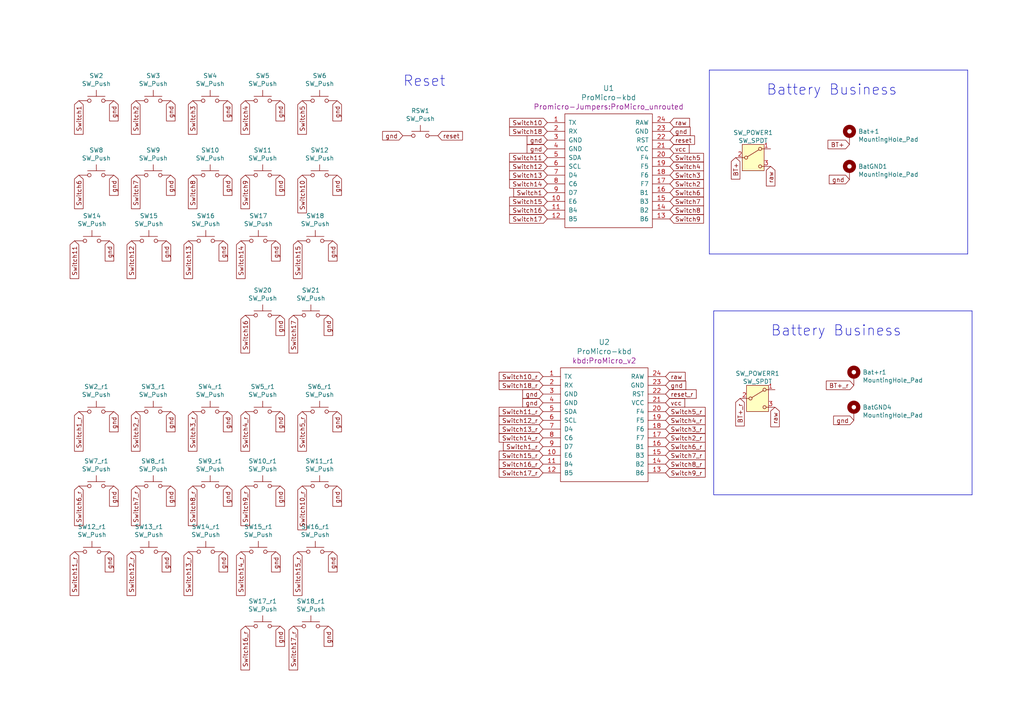
<source format=kicad_sch>
(kicad_sch (version 20230121) (generator eeschema)

  (uuid 1ed8ad88-51ee-4d60-b874-f6bba9d53276)

  (paper "A4")

  (title_block
    (title "BrettLe")
    (date "2024-11-04")
    (rev "0.0.1")
    (company "tschibo00")
  )

  (lib_symbols
    (symbol "Mechanical:MountingHole_Pad" (pin_numbers hide) (pin_names (offset 1.016) hide) (in_bom yes) (on_board yes)
      (property "Reference" "H" (at 0 6.35 0)
        (effects (font (size 1.27 1.27)))
      )
      (property "Value" "MountingHole_Pad" (at 0 4.445 0)
        (effects (font (size 1.27 1.27)))
      )
      (property "Footprint" "" (at 0 0 0)
        (effects (font (size 1.27 1.27)) hide)
      )
      (property "Datasheet" "~" (at 0 0 0)
        (effects (font (size 1.27 1.27)) hide)
      )
      (property "ki_keywords" "mounting hole" (at 0 0 0)
        (effects (font (size 1.27 1.27)) hide)
      )
      (property "ki_description" "Mounting Hole with connection" (at 0 0 0)
        (effects (font (size 1.27 1.27)) hide)
      )
      (property "ki_fp_filters" "MountingHole*Pad*" (at 0 0 0)
        (effects (font (size 1.27 1.27)) hide)
      )
      (symbol "MountingHole_Pad_0_1"
        (circle (center 0 1.27) (radius 1.27)
          (stroke (width 1.27) (type default))
          (fill (type none))
        )
      )
      (symbol "MountingHole_Pad_1_1"
        (pin input line (at 0 -2.54 90) (length 2.54)
          (name "1" (effects (font (size 1.27 1.27))))
          (number "1" (effects (font (size 1.27 1.27))))
        )
      )
    )
    (symbol "Switch:SW_Push" (pin_numbers hide) (pin_names (offset 1.016) hide) (in_bom yes) (on_board yes)
      (property "Reference" "SW" (at 1.27 2.54 0)
        (effects (font (size 1.27 1.27)) (justify left))
      )
      (property "Value" "SW_Push" (at 0 -1.524 0)
        (effects (font (size 1.27 1.27)))
      )
      (property "Footprint" "" (at 0 5.08 0)
        (effects (font (size 1.27 1.27)) hide)
      )
      (property "Datasheet" "~" (at 0 5.08 0)
        (effects (font (size 1.27 1.27)) hide)
      )
      (property "ki_keywords" "switch normally-open pushbutton push-button" (at 0 0 0)
        (effects (font (size 1.27 1.27)) hide)
      )
      (property "ki_description" "Push button switch, generic, two pins" (at 0 0 0)
        (effects (font (size 1.27 1.27)) hide)
      )
      (symbol "SW_Push_0_1"
        (circle (center -2.032 0) (radius 0.508)
          (stroke (width 0) (type default))
          (fill (type none))
        )
        (polyline
          (pts
            (xy 0 1.27)
            (xy 0 3.048)
          )
          (stroke (width 0) (type default))
          (fill (type none))
        )
        (polyline
          (pts
            (xy 2.54 1.27)
            (xy -2.54 1.27)
          )
          (stroke (width 0) (type default))
          (fill (type none))
        )
        (circle (center 2.032 0) (radius 0.508)
          (stroke (width 0) (type default))
          (fill (type none))
        )
        (pin passive line (at -5.08 0 0) (length 2.54)
          (name "1" (effects (font (size 1.27 1.27))))
          (number "1" (effects (font (size 1.27 1.27))))
        )
        (pin passive line (at 5.08 0 180) (length 2.54)
          (name "2" (effects (font (size 1.27 1.27))))
          (number "2" (effects (font (size 1.27 1.27))))
        )
      )
    )
    (symbol "Switch:SW_SPDT" (pin_names (offset 0) hide) (in_bom yes) (on_board yes)
      (property "Reference" "SW" (at 0 5.08 0)
        (effects (font (size 1.27 1.27)))
      )
      (property "Value" "SW_SPDT" (at 0 -5.08 0)
        (effects (font (size 1.27 1.27)))
      )
      (property "Footprint" "" (at 0 0 0)
        (effects (font (size 1.27 1.27)) hide)
      )
      (property "Datasheet" "~" (at 0 -7.62 0)
        (effects (font (size 1.27 1.27)) hide)
      )
      (property "ki_keywords" "switch single-pole double-throw spdt ON-ON" (at 0 0 0)
        (effects (font (size 1.27 1.27)) hide)
      )
      (property "ki_description" "Switch, single pole double throw" (at 0 0 0)
        (effects (font (size 1.27 1.27)) hide)
      )
      (symbol "SW_SPDT_0_1"
        (circle (center -2.032 0) (radius 0.4572)
          (stroke (width 0) (type default))
          (fill (type none))
        )
        (polyline
          (pts
            (xy -1.651 0.254)
            (xy 1.651 2.286)
          )
          (stroke (width 0) (type default))
          (fill (type none))
        )
        (circle (center 2.032 -2.54) (radius 0.4572)
          (stroke (width 0) (type default))
          (fill (type none))
        )
        (circle (center 2.032 2.54) (radius 0.4572)
          (stroke (width 0) (type default))
          (fill (type none))
        )
      )
      (symbol "SW_SPDT_1_1"
        (rectangle (start -3.175 3.81) (end 3.175 -3.81)
          (stroke (width 0) (type default))
          (fill (type background))
        )
        (pin passive line (at 5.08 2.54 180) (length 2.54)
          (name "A" (effects (font (size 1.27 1.27))))
          (number "1" (effects (font (size 1.27 1.27))))
        )
        (pin passive line (at -5.08 0 0) (length 2.54)
          (name "B" (effects (font (size 1.27 1.27))))
          (number "2" (effects (font (size 1.27 1.27))))
        )
        (pin passive line (at 5.08 -2.54 180) (length 2.54)
          (name "C" (effects (font (size 1.27 1.27))))
          (number "3" (effects (font (size 1.27 1.27))))
        )
      )
    )
    (symbol "sweep-bling-mx__pcb-rescue:ProMicro-kbd-bigblackpill-34key-rescue-sweepv2-rescue" (pin_names (offset 1.016)) (in_bom yes) (on_board yes)
      (property "Reference" "U" (at 0 24.13 0)
        (effects (font (size 1.524 1.524)))
      )
      (property "Value" "ProMicro-kbd-bigblackpill-34key-rescue-sweepv2-rescue" (at 0 -13.97 0)
        (effects (font (size 1.524 1.524)))
      )
      (property "Footprint" "" (at 2.54 -26.67 0)
        (effects (font (size 1.524 1.524)))
      )
      (property "Datasheet" "" (at 2.54 -26.67 0)
        (effects (font (size 1.524 1.524)))
      )
      (symbol "ProMicro-kbd-bigblackpill-34key-rescue-sweepv2-rescue_0_1"
        (rectangle (start -12.7 21.59) (end 12.7 -11.43)
          (stroke (width 0) (type solid))
          (fill (type none))
        )
      )
      (symbol "ProMicro-kbd-bigblackpill-34key-rescue-sweepv2-rescue_1_1"
        (pin bidirectional line (at -17.78 19.05 0) (length 5.08)
          (name "TX" (effects (font (size 1.27 1.27))))
          (number "1" (effects (font (size 1.27 1.27))))
        )
        (pin bidirectional line (at -17.78 -3.81 0) (length 5.08)
          (name "E6" (effects (font (size 1.27 1.27))))
          (number "10" (effects (font (size 1.27 1.27))))
        )
        (pin bidirectional line (at -17.78 -6.35 0) (length 5.08)
          (name "B4" (effects (font (size 1.27 1.27))))
          (number "11" (effects (font (size 1.27 1.27))))
        )
        (pin bidirectional line (at -17.78 -8.89 0) (length 5.08)
          (name "B5" (effects (font (size 1.27 1.27))))
          (number "12" (effects (font (size 1.27 1.27))))
        )
        (pin bidirectional line (at 17.78 -8.89 180) (length 5.08)
          (name "B6" (effects (font (size 1.27 1.27))))
          (number "13" (effects (font (size 1.27 1.27))))
        )
        (pin bidirectional line (at 17.78 -6.35 180) (length 5.08)
          (name "B2" (effects (font (size 1.27 1.27))))
          (number "14" (effects (font (size 1.27 1.27))))
        )
        (pin bidirectional line (at 17.78 -3.81 180) (length 5.08)
          (name "B3" (effects (font (size 1.27 1.27))))
          (number "15" (effects (font (size 1.27 1.27))))
        )
        (pin bidirectional line (at 17.78 -1.27 180) (length 5.08)
          (name "B1" (effects (font (size 1.27 1.27))))
          (number "16" (effects (font (size 1.27 1.27))))
        )
        (pin bidirectional line (at 17.78 1.27 180) (length 5.08)
          (name "F7" (effects (font (size 1.27 1.27))))
          (number "17" (effects (font (size 1.27 1.27))))
        )
        (pin bidirectional line (at 17.78 3.81 180) (length 5.08)
          (name "F6" (effects (font (size 1.27 1.27))))
          (number "18" (effects (font (size 1.27 1.27))))
        )
        (pin bidirectional line (at 17.78 6.35 180) (length 5.08)
          (name "F5" (effects (font (size 1.27 1.27))))
          (number "19" (effects (font (size 1.27 1.27))))
        )
        (pin bidirectional line (at -17.78 16.51 0) (length 5.08)
          (name "RX" (effects (font (size 1.27 1.27))))
          (number "2" (effects (font (size 1.27 1.27))))
        )
        (pin bidirectional line (at 17.78 8.89 180) (length 5.08)
          (name "F4" (effects (font (size 1.27 1.27))))
          (number "20" (effects (font (size 1.27 1.27))))
        )
        (pin power_in line (at 17.78 11.43 180) (length 5.08)
          (name "VCC" (effects (font (size 1.27 1.27))))
          (number "21" (effects (font (size 1.27 1.27))))
        )
        (pin input line (at 17.78 13.97 180) (length 5.08)
          (name "RST" (effects (font (size 1.27 1.27))))
          (number "22" (effects (font (size 1.27 1.27))))
        )
        (pin power_in line (at 17.78 16.51 180) (length 5.08)
          (name "GND" (effects (font (size 1.27 1.27))))
          (number "23" (effects (font (size 1.27 1.27))))
        )
        (pin power_out line (at 17.78 19.05 180) (length 5.08)
          (name "RAW" (effects (font (size 1.27 1.27))))
          (number "24" (effects (font (size 1.27 1.27))))
        )
        (pin power_in line (at -17.78 13.97 0) (length 5.08)
          (name "GND" (effects (font (size 1.27 1.27))))
          (number "3" (effects (font (size 1.27 1.27))))
        )
        (pin power_in line (at -17.78 11.43 0) (length 5.08)
          (name "GND" (effects (font (size 1.27 1.27))))
          (number "4" (effects (font (size 1.27 1.27))))
        )
        (pin bidirectional line (at -17.78 8.89 0) (length 5.08)
          (name "SDA" (effects (font (size 1.27 1.27))))
          (number "5" (effects (font (size 1.27 1.27))))
        )
        (pin bidirectional line (at -17.78 6.35 0) (length 5.08)
          (name "SCL" (effects (font (size 1.27 1.27))))
          (number "6" (effects (font (size 1.27 1.27))))
        )
        (pin bidirectional line (at -17.78 3.81 0) (length 5.08)
          (name "D4" (effects (font (size 1.27 1.27))))
          (number "7" (effects (font (size 1.27 1.27))))
        )
        (pin bidirectional line (at -17.78 1.27 0) (length 5.08)
          (name "C6" (effects (font (size 1.27 1.27))))
          (number "8" (effects (font (size 1.27 1.27))))
        )
        (pin bidirectional line (at -17.78 -1.27 0) (length 5.08)
          (name "D7" (effects (font (size 1.27 1.27))))
          (number "9" (effects (font (size 1.27 1.27))))
        )
      )
    )
  )


  (polyline (pts (xy 207.01 143.51) (xy 207.01 90.17))
    (stroke (width 0) (type default))
    (uuid 178a53cd-925e-4ccb-ac81-13a8d687862a)
  )
  (polyline (pts (xy 207.01 90.17) (xy 281.94 90.17))
    (stroke (width 0) (type default))
    (uuid 258b6655-f210-4421-a042-a22ed2de5a8f)
  )
  (polyline (pts (xy 205.74 73.66) (xy 205.74 20.32))
    (stroke (width 0) (type default))
    (uuid 6e01789f-4d32-41a7-b834-ca8eb0ab2b34)
  )
  (polyline (pts (xy 280.67 20.32) (xy 280.67 73.66))
    (stroke (width 0) (type default))
    (uuid 8bab6f9a-a57b-4eea-9a17-a8095a351850)
  )
  (polyline (pts (xy 281.94 90.17) (xy 281.94 143.51))
    (stroke (width 0) (type default))
    (uuid 94446eab-5fd1-4224-b7a2-8af2fa1cb7a2)
  )
  (polyline (pts (xy 205.74 20.32) (xy 280.67 20.32))
    (stroke (width 0) (type default))
    (uuid b2c4dcc9-c72f-4106-9810-765ab6d4afd5)
  )
  (polyline (pts (xy 281.94 143.51) (xy 207.01 143.51))
    (stroke (width 0) (type default))
    (uuid bdbe1e45-4e48-4074-8a9c-659360e0476e)
  )
  (polyline (pts (xy 280.67 73.66) (xy 205.74 73.66))
    (stroke (width 0) (type default))
    (uuid f16b4e0b-02db-4ba1-a4f8-c031c0baa09a)
  )

  (text "Battery Business" (at 222.25 27.94 0)
    (effects (font (size 2.9972 2.9972)) (justify left bottom))
    (uuid 98bca3d5-b9b6-479c-9e8d-1b5ee4117d2d)
  )
  (text "Battery Business" (at 223.52 97.79 0)
    (effects (font (size 2.9972 2.9972)) (justify left bottom))
    (uuid cc88f3fb-b3ac-4da7-81f3-3bedd93cdc50)
  )
  (text "Reset" (at 116.84 25.4 0)
    (effects (font (size 2.9972 2.9972)) (justify left bottom))
    (uuid dc6c9252-9144-4c3a-8588-6884c2d8463c)
  )

  (global_label "vcc" (shape input) (at 193.04 116.84 0)
    (effects (font (size 1.27 1.27)) (justify left))
    (uuid 0504ba59-9b0a-4b56-a0b1-437aca75d888)
    (property "Intersheetrefs" "${INTERSHEET_REFS}" (at 193.04 116.84 0)
      (effects (font (size 1.27 1.27)) hide)
    )
  )
  (global_label "gnd" (shape input) (at 66.04 140.97 270)
    (effects (font (size 1.27 1.27)) (justify right))
    (uuid 07112d6e-37db-48a2-86a6-368dcc1db437)
    (property "Intersheetrefs" "${INTERSHEET_REFS}" (at 66.04 140.97 0)
      (effects (font (size 1.27 1.27)) hide)
    )
  )
  (global_label "Switch15" (shape input) (at 158.75 58.42 180)
    (effects (font (size 1.27 1.27)) (justify right))
    (uuid 07f260b3-0056-4839-b316-40fc02bdc667)
    (property "Intersheetrefs" "${INTERSHEET_REFS}" (at 158.75 58.42 0)
      (effects (font (size 1.27 1.27)) hide)
    )
  )
  (global_label "Switch6" (shape input) (at 22.86 50.8 270)
    (effects (font (size 1.27 1.27)) (justify right))
    (uuid 0c5c9191-5b07-43d4-ad6d-2e7304f2bac2)
    (property "Intersheetrefs" "${INTERSHEET_REFS}" (at 22.86 50.8 0)
      (effects (font (size 1.27 1.27)) hide)
    )
  )
  (global_label "Switch17" (shape input) (at 158.75 63.5 180)
    (effects (font (size 1.27 1.27)) (justify right))
    (uuid 0d347431-0c98-4c73-975e-3fa8fafff763)
    (property "Intersheetrefs" "${INTERSHEET_REFS}" (at 158.75 63.5 0)
      (effects (font (size 1.27 1.27)) hide)
    )
  )
  (global_label "Switch16_r" (shape input) (at 71.12 181.61 270)
    (effects (font (size 1.27 1.27)) (justify right))
    (uuid 1283d5ea-e2b7-4e3c-b9fd-a60c68247c62)
    (property "Intersheetrefs" "${INTERSHEET_REFS}" (at 71.12 181.61 0)
      (effects (font (size 1.27 1.27)) hide)
    )
  )
  (global_label "Switch1" (shape input) (at 158.75 55.88 180)
    (effects (font (size 1.27 1.27)) (justify right))
    (uuid 18068124-023f-4fa8-9acf-9068cf1ab5b0)
    (property "Intersheetrefs" "${INTERSHEET_REFS}" (at 158.75 55.88 0)
      (effects (font (size 1.27 1.27)) hide)
    )
  )
  (global_label "Switch14" (shape input) (at 69.85 69.85 270)
    (effects (font (size 1.27 1.27)) (justify right))
    (uuid 1843bb20-dd16-411c-9105-544df39ba535)
    (property "Intersheetrefs" "${INTERSHEET_REFS}" (at 69.85 69.85 0)
      (effects (font (size 1.27 1.27)) hide)
    )
  )
  (global_label "Switch2_r" (shape input) (at 193.04 127 0)
    (effects (font (size 1.27 1.27)) (justify left))
    (uuid 1bfcdc36-0f64-47c8-b0e7-c03f5e187549)
    (property "Intersheetrefs" "${INTERSHEET_REFS}" (at 193.04 127 0)
      (effects (font (size 1.27 1.27)) hide)
    )
  )
  (global_label "Switch3_r" (shape input) (at 55.88 119.38 270)
    (effects (font (size 1.27 1.27)) (justify right))
    (uuid 1d9f918a-48c1-4267-805c-e895fb503291)
    (property "Intersheetrefs" "${INTERSHEET_REFS}" (at 55.88 119.38 0)
      (effects (font (size 1.27 1.27)) hide)
    )
  )
  (global_label "Switch1" (shape input) (at 22.86 29.21 270)
    (effects (font (size 1.27 1.27)) (justify right))
    (uuid 206b37ca-2154-4bac-81f6-4abf4336bc4a)
    (property "Intersheetrefs" "${INTERSHEET_REFS}" (at 22.86 29.21 0)
      (effects (font (size 1.27 1.27)) hide)
    )
  )
  (global_label "Switch7_r" (shape input) (at 39.37 140.97 270)
    (effects (font (size 1.27 1.27)) (justify right))
    (uuid 232292ff-c6ad-47ef-b9c6-d897ad51e7d3)
    (property "Intersheetrefs" "${INTERSHEET_REFS}" (at 39.37 140.97 0)
      (effects (font (size 1.27 1.27)) hide)
    )
  )
  (global_label "Switch17_r" (shape input) (at 157.48 137.16 180)
    (effects (font (size 1.27 1.27)) (justify right))
    (uuid 24027a80-6129-4a20-b258-6e96296ffc53)
    (property "Intersheetrefs" "${INTERSHEET_REFS}" (at 157.48 137.16 0)
      (effects (font (size 1.27 1.27)) hide)
    )
  )
  (global_label "reset_r" (shape input) (at 193.04 114.3 0)
    (effects (font (size 1.27 1.27)) (justify left))
    (uuid 24fd22f7-fd11-44b3-9303-ba935669f469)
    (property "Intersheetrefs" "${INTERSHEET_REFS}" (at 193.04 114.3 0)
      (effects (font (size 1.27 1.27)) hide)
    )
  )
  (global_label "Switch13" (shape input) (at 54.61 69.85 270)
    (effects (font (size 1.27 1.27)) (justify right))
    (uuid 2d8b27db-1dc7-4bb4-8ecf-6be0e47e8b4a)
    (property "Intersheetrefs" "${INTERSHEET_REFS}" (at 54.61 69.85 0)
      (effects (font (size 1.27 1.27)) hide)
    )
  )
  (global_label "gnd" (shape input) (at 49.53 119.38 270)
    (effects (font (size 1.27 1.27)) (justify right))
    (uuid 2eb08b1a-0191-4644-9b91-aa5e438980fb)
    (property "Intersheetrefs" "${INTERSHEET_REFS}" (at 49.53 119.38 0)
      (effects (font (size 1.27 1.27)) hide)
    )
  )
  (global_label "Switch3" (shape input) (at 194.31 50.8 0)
    (effects (font (size 1.27 1.27)) (justify left))
    (uuid 2ec2aae1-f818-4f91-9cd7-6415d8ff9514)
    (property "Intersheetrefs" "${INTERSHEET_REFS}" (at 194.31 50.8 0)
      (effects (font (size 1.27 1.27)) hide)
    )
  )
  (global_label "gnd" (shape input) (at 157.48 114.3 180)
    (effects (font (size 1.27 1.27)) (justify right))
    (uuid 2fcd4582-4067-4518-b723-5963895fda69)
    (property "Intersheetrefs" "${INTERSHEET_REFS}" (at 157.48 114.3 0)
      (effects (font (size 1.27 1.27)) hide)
    )
  )
  (global_label "Switch7" (shape input) (at 39.37 50.8 270)
    (effects (font (size 1.27 1.27)) (justify right))
    (uuid 300cff13-a710-4c28-a80e-0abc055aa9c7)
    (property "Intersheetrefs" "${INTERSHEET_REFS}" (at 39.37 50.8 0)
      (effects (font (size 1.27 1.27)) hide)
    )
  )
  (global_label "gnd" (shape input) (at 33.02 119.38 270)
    (effects (font (size 1.27 1.27)) (justify right))
    (uuid 30ac3543-49cb-4609-89d2-ab4b9b13c181)
    (property "Intersheetrefs" "${INTERSHEET_REFS}" (at 33.02 119.38 0)
      (effects (font (size 1.27 1.27)) hide)
    )
  )
  (global_label "gnd" (shape input) (at 81.28 91.44 270)
    (effects (font (size 1.27 1.27)) (justify right))
    (uuid 33a488d5-d01d-48ec-a116-0cf60dedfa25)
    (property "Intersheetrefs" "${INTERSHEET_REFS}" (at 81.28 91.44 0)
      (effects (font (size 1.27 1.27)) hide)
    )
  )
  (global_label "BT+_r" (shape input) (at 214.63 115.57 270)
    (effects (font (size 1.27 1.27)) (justify right))
    (uuid 34b0b179-4ad3-4edd-b4ff-70ce386b28e0)
    (property "Intersheetrefs" "${INTERSHEET_REFS}" (at 214.63 115.57 0)
      (effects (font (size 1.27 1.27)) hide)
    )
  )
  (global_label "Switch8_r" (shape input) (at 55.88 140.97 270)
    (effects (font (size 1.27 1.27)) (justify right))
    (uuid 351ec3f0-aebe-410c-828f-3297f1d266b8)
    (property "Intersheetrefs" "${INTERSHEET_REFS}" (at 55.88 140.97 0)
      (effects (font (size 1.27 1.27)) hide)
    )
  )
  (global_label "Switch9_r" (shape input) (at 71.12 140.97 270)
    (effects (font (size 1.27 1.27)) (justify right))
    (uuid 37b82018-8899-4447-b810-cd4a16fe109d)
    (property "Intersheetrefs" "${INTERSHEET_REFS}" (at 71.12 140.97 0)
      (effects (font (size 1.27 1.27)) hide)
    )
  )
  (global_label "gnd" (shape input) (at 33.02 50.8 270)
    (effects (font (size 1.27 1.27)) (justify right))
    (uuid 39e7831e-6671-416e-8b48-64f2ebf579d3)
    (property "Intersheetrefs" "${INTERSHEET_REFS}" (at 33.02 50.8 0)
      (effects (font (size 1.27 1.27)) hide)
    )
  )
  (global_label "gnd" (shape input) (at 81.28 181.61 270)
    (effects (font (size 1.27 1.27)) (justify right))
    (uuid 3c0d82e2-f5b4-49da-86b6-bc6f47bfac49)
    (property "Intersheetrefs" "${INTERSHEET_REFS}" (at 81.28 181.61 0)
      (effects (font (size 1.27 1.27)) hide)
    )
  )
  (global_label "Switch10" (shape input) (at 158.75 35.56 180)
    (effects (font (size 1.27 1.27)) (justify right))
    (uuid 3e22cf5a-2865-4718-87c0-86a28221dda4)
    (property "Intersheetrefs" "${INTERSHEET_REFS}" (at 158.75 35.56 0)
      (effects (font (size 1.27 1.27)) hide)
    )
  )
  (global_label "vcc" (shape input) (at 194.31 43.18 0)
    (effects (font (size 1.27 1.27)) (justify left))
    (uuid 3f7abaeb-09aa-4052-b54d-b987c120a700)
    (property "Intersheetrefs" "${INTERSHEET_REFS}" (at 194.31 43.18 0)
      (effects (font (size 1.27 1.27)) hide)
    )
  )
  (global_label "reset" (shape input) (at 194.31 40.64 0)
    (effects (font (size 1.27 1.27)) (justify left))
    (uuid 44198918-24f2-4de9-aa98-52cdcfd00dcd)
    (property "Intersheetrefs" "${INTERSHEET_REFS}" (at 194.31 40.64 0)
      (effects (font (size 1.27 1.27)) hide)
    )
  )
  (global_label "raw" (shape input) (at 194.31 35.56 0)
    (effects (font (size 1.27 1.27)) (justify left))
    (uuid 47fdec33-bf0b-44ff-a3dd-856def66ced4)
    (property "Intersheetrefs" "${INTERSHEET_REFS}" (at 194.31 35.56 0)
      (effects (font (size 1.27 1.27)) hide)
    )
  )
  (global_label "gnd" (shape input) (at 97.79 29.21 270)
    (effects (font (size 1.27 1.27)) (justify right))
    (uuid 48939e8a-bec4-4f6a-b943-8857757d8eb0)
    (property "Intersheetrefs" "${INTERSHEET_REFS}" (at 97.79 29.21 0)
      (effects (font (size 1.27 1.27)) hide)
    )
  )
  (global_label "gnd" (shape input) (at 31.75 69.85 270)
    (effects (font (size 1.27 1.27)) (justify right))
    (uuid 4a626390-e877-4ecd-b16e-ccd3d73f46ac)
    (property "Intersheetrefs" "${INTERSHEET_REFS}" (at 31.75 69.85 0)
      (effects (font (size 1.27 1.27)) hide)
    )
  )
  (global_label "Switch11" (shape input) (at 158.75 45.72 180)
    (effects (font (size 1.27 1.27)) (justify right))
    (uuid 4ef54ce1-caf2-4b66-9ff7-6d5a690d8817)
    (property "Intersheetrefs" "${INTERSHEET_REFS}" (at 158.75 45.72 0)
      (effects (font (size 1.27 1.27)) hide)
    )
  )
  (global_label "Switch8" (shape input) (at 194.31 60.96 0)
    (effects (font (size 1.27 1.27)) (justify left))
    (uuid 501f5894-66b3-4eb4-b9e8-a01a8f40e18a)
    (property "Intersheetrefs" "${INTERSHEET_REFS}" (at 194.31 60.96 0)
      (effects (font (size 1.27 1.27)) hide)
    )
  )
  (global_label "BT+" (shape input) (at 213.36 45.72 270)
    (effects (font (size 1.27 1.27)) (justify right))
    (uuid 50918b50-7511-4c26-8a7d-c435e5122950)
    (property "Intersheetrefs" "${INTERSHEET_REFS}" (at 213.36 45.72 0)
      (effects (font (size 1.27 1.27)) hide)
    )
  )
  (global_label "Switch9" (shape input) (at 194.31 63.5 0)
    (effects (font (size 1.27 1.27)) (justify left))
    (uuid 5406de62-d914-4e25-8582-b171df04d060)
    (property "Intersheetrefs" "${INTERSHEET_REFS}" (at 194.31 63.5 0)
      (effects (font (size 1.27 1.27)) hide)
    )
  )
  (global_label "Switch11_r" (shape input) (at 157.48 119.38 180)
    (effects (font (size 1.27 1.27)) (justify right))
    (uuid 55a7c095-3d4f-4a7b-b648-6671f8da3285)
    (property "Intersheetrefs" "${INTERSHEET_REFS}" (at 157.48 119.38 0)
      (effects (font (size 1.27 1.27)) hide)
    )
  )
  (global_label "gnd" (shape input) (at 33.02 29.21 270)
    (effects (font (size 1.27 1.27)) (justify right))
    (uuid 5658606a-58de-4958-9bf6-1dfa87786aaf)
    (property "Intersheetrefs" "${INTERSHEET_REFS}" (at 33.02 29.21 0)
      (effects (font (size 1.27 1.27)) hide)
    )
  )
  (global_label "gnd" (shape input) (at 81.28 50.8 270)
    (effects (font (size 1.27 1.27)) (justify right))
    (uuid 567ab553-1efa-44a9-a00e-2717f14aed73)
    (property "Intersheetrefs" "${INTERSHEET_REFS}" (at 81.28 50.8 0)
      (effects (font (size 1.27 1.27)) hide)
    )
  )
  (global_label "Switch13_r" (shape input) (at 157.48 124.46 180)
    (effects (font (size 1.27 1.27)) (justify right))
    (uuid 5ae4d210-0cea-4cec-b8c0-f46cd36bc5af)
    (property "Intersheetrefs" "${INTERSHEET_REFS}" (at 157.48 124.46 0)
      (effects (font (size 1.27 1.27)) hide)
    )
  )
  (global_label "Switch5_r" (shape input) (at 193.04 119.38 0)
    (effects (font (size 1.27 1.27)) (justify left))
    (uuid 5b67933c-b09f-41fc-931d-b8ca004d4119)
    (property "Intersheetrefs" "${INTERSHEET_REFS}" (at 193.04 119.38 0)
      (effects (font (size 1.27 1.27)) hide)
    )
  )
  (global_label "reset" (shape input) (at 127 39.37 0)
    (effects (font (size 1.27 1.27)) (justify left))
    (uuid 5e36e500-d455-400c-9873-eb129d610603)
    (property "Intersheetrefs" "${INTERSHEET_REFS}" (at 127 39.37 0)
      (effects (font (size 1.27 1.27)) hide)
    )
  )
  (global_label "Switch12" (shape input) (at 158.75 48.26 180)
    (effects (font (size 1.27 1.27)) (justify right))
    (uuid 5ee5b616-4dad-48f5-be5e-defeea30e0d1)
    (property "Intersheetrefs" "${INTERSHEET_REFS}" (at 158.75 48.26 0)
      (effects (font (size 1.27 1.27)) hide)
    )
  )
  (global_label "Switch1_r" (shape input) (at 22.86 119.38 270)
    (effects (font (size 1.27 1.27)) (justify right))
    (uuid 5f19a804-17c7-4824-87f0-4600a5db5584)
    (property "Intersheetrefs" "${INTERSHEET_REFS}" (at 22.86 119.38 0)
      (effects (font (size 1.27 1.27)) hide)
    )
  )
  (global_label "raw" (shape input) (at 223.52 48.26 270)
    (effects (font (size 1.27 1.27)) (justify right))
    (uuid 5f9509bf-7cdb-49fa-ab2b-79e10b4801c9)
    (property "Intersheetrefs" "${INTERSHEET_REFS}" (at 223.52 48.26 0)
      (effects (font (size 1.27 1.27)) hide)
    )
  )
  (global_label "gnd" (shape input) (at 31.75 160.02 270)
    (effects (font (size 1.27 1.27)) (justify right))
    (uuid 6163b1a3-bac9-46fd-8afa-14362b10ca6f)
    (property "Intersheetrefs" "${INTERSHEET_REFS}" (at 31.75 160.02 0)
      (effects (font (size 1.27 1.27)) hide)
    )
  )
  (global_label "Switch17_r" (shape input) (at 85.09 181.61 270)
    (effects (font (size 1.27 1.27)) (justify right))
    (uuid 62d673dc-7e17-448d-b4e5-36bb5293e161)
    (property "Intersheetrefs" "${INTERSHEET_REFS}" (at 85.09 181.61 0)
      (effects (font (size 1.27 1.27)) hide)
    )
  )
  (global_label "gnd" (shape input) (at 80.01 69.85 270)
    (effects (font (size 1.27 1.27)) (justify right))
    (uuid 641feb32-0b0c-4058-90cc-b12523a06893)
    (property "Intersheetrefs" "${INTERSHEET_REFS}" (at 80.01 69.85 0)
      (effects (font (size 1.27 1.27)) hide)
    )
  )
  (global_label "gnd" (shape input) (at 33.02 140.97 270)
    (effects (font (size 1.27 1.27)) (justify right))
    (uuid 6c16785e-d552-460c-b2b5-f77b845e020f)
    (property "Intersheetrefs" "${INTERSHEET_REFS}" (at 33.02 140.97 0)
      (effects (font (size 1.27 1.27)) hide)
    )
  )
  (global_label "gnd" (shape input) (at 49.53 50.8 270)
    (effects (font (size 1.27 1.27)) (justify right))
    (uuid 6f363147-2e5c-4762-bf2d-f5360e41e547)
    (property "Intersheetrefs" "${INTERSHEET_REFS}" (at 49.53 50.8 0)
      (effects (font (size 1.27 1.27)) hide)
    )
  )
  (global_label "Switch18_r" (shape input) (at 157.48 111.76 180)
    (effects (font (size 1.27 1.27)) (justify right))
    (uuid 7180c688-115a-44c7-9d7a-45d8f2e792a6)
    (property "Intersheetrefs" "${INTERSHEET_REFS}" (at 157.48 111.76 0)
      (effects (font (size 1.27 1.27)) hide)
    )
  )
  (global_label "Switch14" (shape input) (at 158.75 53.34 180)
    (effects (font (size 1.27 1.27)) (justify right))
    (uuid 71fbcfc1-c807-49c8-a8a4-4db1848e1175)
    (property "Intersheetrefs" "${INTERSHEET_REFS}" (at 158.75 53.34 0)
      (effects (font (size 1.27 1.27)) hide)
    )
  )
  (global_label "gnd" (shape input) (at 158.75 40.64 180)
    (effects (font (size 1.27 1.27)) (justify right))
    (uuid 734d94ce-1f32-4c58-99ef-731a24b1f2b7)
    (property "Intersheetrefs" "${INTERSHEET_REFS}" (at 158.75 40.64 0)
      (effects (font (size 1.27 1.27)) hide)
    )
  )
  (global_label "Switch13" (shape input) (at 158.75 50.8 180)
    (effects (font (size 1.27 1.27)) (justify right))
    (uuid 7444e214-d37f-42bb-b2f8-ef563d6a3ad7)
    (property "Intersheetrefs" "${INTERSHEET_REFS}" (at 158.75 50.8 0)
      (effects (font (size 1.27 1.27)) hide)
    )
  )
  (global_label "Switch12_r" (shape input) (at 38.1 160.02 270)
    (effects (font (size 1.27 1.27)) (justify right))
    (uuid 748a082e-f3bd-457c-8a96-130987256f64)
    (property "Intersheetrefs" "${INTERSHEET_REFS}" (at 38.1 160.02 0)
      (effects (font (size 1.27 1.27)) hide)
    )
  )
  (global_label "Switch4" (shape input) (at 71.12 29.21 270)
    (effects (font (size 1.27 1.27)) (justify right))
    (uuid 74cc0e17-36aa-4006-80ff-65873d4f55f3)
    (property "Intersheetrefs" "${INTERSHEET_REFS}" (at 71.12 29.21 0)
      (effects (font (size 1.27 1.27)) hide)
    )
  )
  (global_label "gnd" (shape input) (at 49.53 29.21 270)
    (effects (font (size 1.27 1.27)) (justify right))
    (uuid 7519e5f9-2bec-4087-b1bc-9c9867beca76)
    (property "Intersheetrefs" "${INTERSHEET_REFS}" (at 49.53 29.21 0)
      (effects (font (size 1.27 1.27)) hide)
    )
  )
  (global_label "Switch12" (shape input) (at 38.1 69.85 270)
    (effects (font (size 1.27 1.27)) (justify right))
    (uuid 75a8dba8-f8ab-4474-838c-98de670ab648)
    (property "Intersheetrefs" "${INTERSHEET_REFS}" (at 38.1 69.85 0)
      (effects (font (size 1.27 1.27)) hide)
    )
  )
  (global_label "Switch6" (shape input) (at 194.31 55.88 0)
    (effects (font (size 1.27 1.27)) (justify left))
    (uuid 7d0dae23-d31f-48db-83ec-36b361d8e91e)
    (property "Intersheetrefs" "${INTERSHEET_REFS}" (at 194.31 55.88 0)
      (effects (font (size 1.27 1.27)) hide)
    )
  )
  (global_label "Switch7" (shape input) (at 194.31 58.42 0)
    (effects (font (size 1.27 1.27)) (justify left))
    (uuid 80629b14-af35-4af9-bb9c-8b37a68084c8)
    (property "Intersheetrefs" "${INTERSHEET_REFS}" (at 194.31 58.42 0)
      (effects (font (size 1.27 1.27)) hide)
    )
  )
  (global_label "Switch11_r" (shape input) (at 21.59 160.02 270)
    (effects (font (size 1.27 1.27)) (justify right))
    (uuid 819cd6db-130d-4393-9d4f-3bf8867f681c)
    (property "Intersheetrefs" "${INTERSHEET_REFS}" (at 21.59 160.02 0)
      (effects (font (size 1.27 1.27)) hide)
    )
  )
  (global_label "Switch2" (shape input) (at 39.37 29.21 270)
    (effects (font (size 1.27 1.27)) (justify right))
    (uuid 81f8dacb-a4c3-4794-96c0-282b63bb0f18)
    (property "Intersheetrefs" "${INTERSHEET_REFS}" (at 39.37 29.21 0)
      (effects (font (size 1.27 1.27)) hide)
    )
  )
  (global_label "Switch3" (shape input) (at 55.88 29.21 270)
    (effects (font (size 1.27 1.27)) (justify right))
    (uuid 82399742-3d81-4c8f-bf80-b3cdd331bbd9)
    (property "Intersheetrefs" "${INTERSHEET_REFS}" (at 55.88 29.21 0)
      (effects (font (size 1.27 1.27)) hide)
    )
  )
  (global_label "Switch4" (shape input) (at 194.31 48.26 0)
    (effects (font (size 1.27 1.27)) (justify left))
    (uuid 846bca2e-7bc4-4bba-82f6-adb7fc8ff570)
    (property "Intersheetrefs" "${INTERSHEET_REFS}" (at 194.31 48.26 0)
      (effects (font (size 1.27 1.27)) hide)
    )
  )
  (global_label "gnd" (shape input) (at 66.04 119.38 270)
    (effects (font (size 1.27 1.27)) (justify right))
    (uuid 84c7ac83-7fa3-4cb5-8318-3f426bb0fc6f)
    (property "Intersheetrefs" "${INTERSHEET_REFS}" (at 66.04 119.38 0)
      (effects (font (size 1.27 1.27)) hide)
    )
  )
  (global_label "gnd" (shape input) (at 246.38 52.07 180)
    (effects (font (size 1.27 1.27)) (justify right))
    (uuid 85d0f333-7601-4470-b68e-b5a9d5c1ec77)
    (property "Intersheetrefs" "${INTERSHEET_REFS}" (at 246.38 52.07 0)
      (effects (font (size 1.27 1.27)) hide)
    )
  )
  (global_label "gnd" (shape input) (at 48.26 69.85 270)
    (effects (font (size 1.27 1.27)) (justify right))
    (uuid 85fefa6a-0ca5-4ba7-849f-cd399da3f6b4)
    (property "Intersheetrefs" "${INTERSHEET_REFS}" (at 48.26 69.85 0)
      (effects (font (size 1.27 1.27)) hide)
    )
  )
  (global_label "gnd" (shape input) (at 81.28 119.38 270)
    (effects (font (size 1.27 1.27)) (justify right))
    (uuid 8603d568-4222-4dfb-8878-91884ef8134a)
    (property "Intersheetrefs" "${INTERSHEET_REFS}" (at 81.28 119.38 0)
      (effects (font (size 1.27 1.27)) hide)
    )
  )
  (global_label "Switch16" (shape input) (at 158.75 60.96 180)
    (effects (font (size 1.27 1.27)) (justify right))
    (uuid 86fbe977-8280-48d5-ab70-85362392baec)
    (property "Intersheetrefs" "${INTERSHEET_REFS}" (at 158.75 60.96 0)
      (effects (font (size 1.27 1.27)) hide)
    )
  )
  (global_label "Switch7_r" (shape input) (at 193.04 132.08 0)
    (effects (font (size 1.27 1.27)) (justify left))
    (uuid 87d32927-0854-48e2-9916-b9ebfe073eb9)
    (property "Intersheetrefs" "${INTERSHEET_REFS}" (at 193.04 132.08 0)
      (effects (font (size 1.27 1.27)) hide)
    )
  )
  (global_label "Switch3_r" (shape input) (at 193.04 124.46 0)
    (effects (font (size 1.27 1.27)) (justify left))
    (uuid 8840d670-628d-4351-b324-475708ea8f0a)
    (property "Intersheetrefs" "${INTERSHEET_REFS}" (at 193.04 124.46 0)
      (effects (font (size 1.27 1.27)) hide)
    )
  )
  (global_label "Switch5_r" (shape input) (at 87.63 119.38 270)
    (effects (font (size 1.27 1.27)) (justify right))
    (uuid 89ac202e-4f86-4fae-a6d5-0e9a22734673)
    (property "Intersheetrefs" "${INTERSHEET_REFS}" (at 87.63 119.38 0)
      (effects (font (size 1.27 1.27)) hide)
    )
  )
  (global_label "gnd" (shape input) (at 81.28 140.97 270)
    (effects (font (size 1.27 1.27)) (justify right))
    (uuid 8ab95d56-b4a2-4236-85f1-ba3993b2743a)
    (property "Intersheetrefs" "${INTERSHEET_REFS}" (at 81.28 140.97 0)
      (effects (font (size 1.27 1.27)) hide)
    )
  )
  (global_label "Switch8" (shape input) (at 55.88 50.8 270)
    (effects (font (size 1.27 1.27)) (justify right))
    (uuid 90a82e17-7e9b-4e7e-8b10-af5618fd0787)
    (property "Intersheetrefs" "${INTERSHEET_REFS}" (at 55.88 50.8 0)
      (effects (font (size 1.27 1.27)) hide)
    )
  )
  (global_label "Switch18" (shape input) (at 158.75 38.1 180)
    (effects (font (size 1.27 1.27)) (justify right))
    (uuid 92c042c7-4d6b-48e4-9487-3ac1813ca7f4)
    (property "Intersheetrefs" "${INTERSHEET_REFS}" (at 158.75 38.1 0)
      (effects (font (size 1.27 1.27)) hide)
    )
  )
  (global_label "gnd" (shape input) (at 247.65 121.92 180)
    (effects (font (size 1.27 1.27)) (justify right))
    (uuid 940540ad-1511-40cc-a922-37ccb7e17ba7)
    (property "Intersheetrefs" "${INTERSHEET_REFS}" (at 247.65 121.92 0)
      (effects (font (size 1.27 1.27)) hide)
    )
  )
  (global_label "gnd" (shape input) (at 95.25 91.44 270)
    (effects (font (size 1.27 1.27)) (justify right))
    (uuid 94d611d6-a06e-4ed8-b728-66256e837fb1)
    (property "Intersheetrefs" "${INTERSHEET_REFS}" (at 95.25 91.44 0)
      (effects (font (size 1.27 1.27)) hide)
    )
  )
  (global_label "gnd" (shape input) (at 116.84 39.37 180)
    (effects (font (size 1.27 1.27)) (justify right))
    (uuid 97c354c9-f50d-4f44-bfd6-9708099cd7e5)
    (property "Intersheetrefs" "${INTERSHEET_REFS}" (at 116.84 39.37 0)
      (effects (font (size 1.27 1.27)) hide)
    )
  )
  (global_label "Switch10_r" (shape input) (at 157.48 109.22 180)
    (effects (font (size 1.27 1.27)) (justify right))
    (uuid 984d5607-c2fa-4067-9452-cb9374728389)
    (property "Intersheetrefs" "${INTERSHEET_REFS}" (at 157.48 109.22 0)
      (effects (font (size 1.27 1.27)) hide)
    )
  )
  (global_label "Switch4_r" (shape input) (at 193.04 121.92 0)
    (effects (font (size 1.27 1.27)) (justify left))
    (uuid 98af565a-b069-4dd3-b749-282fe787c780)
    (property "Intersheetrefs" "${INTERSHEET_REFS}" (at 193.04 121.92 0)
      (effects (font (size 1.27 1.27)) hide)
    )
  )
  (global_label "gnd" (shape input) (at 96.52 160.02 270)
    (effects (font (size 1.27 1.27)) (justify right))
    (uuid 99c2aeff-850b-498c-999a-b871d5e47805)
    (property "Intersheetrefs" "${INTERSHEET_REFS}" (at 96.52 160.02 0)
      (effects (font (size 1.27 1.27)) hide)
    )
  )
  (global_label "Switch5" (shape input) (at 87.63 29.21 270)
    (effects (font (size 1.27 1.27)) (justify right))
    (uuid 9b09ff02-6ccc-4642-866a-5112cd1ae479)
    (property "Intersheetrefs" "${INTERSHEET_REFS}" (at 87.63 29.21 0)
      (effects (font (size 1.27 1.27)) hide)
    )
  )
  (global_label "Switch10_r" (shape input) (at 87.63 140.97 270)
    (effects (font (size 1.27 1.27)) (justify right))
    (uuid 9c819512-cb2a-46d7-bd85-a2497c9b10d2)
    (property "Intersheetrefs" "${INTERSHEET_REFS}" (at 87.63 140.97 0)
      (effects (font (size 1.27 1.27)) hide)
    )
  )
  (global_label "gnd" (shape input) (at 158.75 43.18 180)
    (effects (font (size 1.27 1.27)) (justify right))
    (uuid 9d858769-7748-4aa8-86c1-5bb754d82a8b)
    (property "Intersheetrefs" "${INTERSHEET_REFS}" (at 158.75 43.18 0)
      (effects (font (size 1.27 1.27)) hide)
    )
  )
  (global_label "gnd" (shape input) (at 66.04 29.21 270)
    (effects (font (size 1.27 1.27)) (justify right))
    (uuid a24c4d03-d894-4c28-9110-79359d179b76)
    (property "Intersheetrefs" "${INTERSHEET_REFS}" (at 66.04 29.21 0)
      (effects (font (size 1.27 1.27)) hide)
    )
  )
  (global_label "Switch9" (shape input) (at 71.12 50.8 270)
    (effects (font (size 1.27 1.27)) (justify right))
    (uuid a4fd63c6-17a2-45b4-8aab-de509ad94f39)
    (property "Intersheetrefs" "${INTERSHEET_REFS}" (at 71.12 50.8 0)
      (effects (font (size 1.27 1.27)) hide)
    )
  )
  (global_label "Switch11" (shape input) (at 21.59 69.85 270)
    (effects (font (size 1.27 1.27)) (justify right))
    (uuid ab4b0c17-584e-4f0f-94b1-dd3bf0c4651a)
    (property "Intersheetrefs" "${INTERSHEET_REFS}" (at 21.59 69.85 0)
      (effects (font (size 1.27 1.27)) hide)
    )
  )
  (global_label "gnd" (shape input) (at 157.48 116.84 180)
    (effects (font (size 1.27 1.27)) (justify right))
    (uuid abdfb4df-dab0-4168-8e29-e71c3037b186)
    (property "Intersheetrefs" "${INTERSHEET_REFS}" (at 157.48 116.84 0)
      (effects (font (size 1.27 1.27)) hide)
    )
  )
  (global_label "gnd" (shape input) (at 81.28 29.21 270)
    (effects (font (size 1.27 1.27)) (justify right))
    (uuid ae05f752-9e42-414d-8371-2ec310fe69d9)
    (property "Intersheetrefs" "${INTERSHEET_REFS}" (at 81.28 29.21 0)
      (effects (font (size 1.27 1.27)) hide)
    )
  )
  (global_label "gnd" (shape input) (at 193.04 111.76 0)
    (effects (font (size 1.27 1.27)) (justify left))
    (uuid aec97843-51af-4396-a439-76e22f5d9cce)
    (property "Intersheetrefs" "${INTERSHEET_REFS}" (at 193.04 111.76 0)
      (effects (font (size 1.27 1.27)) hide)
    )
  )
  (global_label "Switch13_r" (shape input) (at 54.61 160.02 270)
    (effects (font (size 1.27 1.27)) (justify right))
    (uuid af0c3353-7a3e-479a-9c25-98c8274b80ea)
    (property "Intersheetrefs" "${INTERSHEET_REFS}" (at 54.61 160.02 0)
      (effects (font (size 1.27 1.27)) hide)
    )
  )
  (global_label "gnd" (shape input) (at 64.77 160.02 270)
    (effects (font (size 1.27 1.27)) (justify right))
    (uuid b1e73417-3757-473e-9cdb-d8942901f0e8)
    (property "Intersheetrefs" "${INTERSHEET_REFS}" (at 64.77 160.02 0)
      (effects (font (size 1.27 1.27)) hide)
    )
  )
  (global_label "Switch16" (shape input) (at 71.12 91.44 270)
    (effects (font (size 1.27 1.27)) (justify right))
    (uuid b4171e7e-e16a-4bcd-955a-3ea083a8488c)
    (property "Intersheetrefs" "${INTERSHEET_REFS}" (at 71.12 91.44 0)
      (effects (font (size 1.27 1.27)) hide)
    )
  )
  (global_label "BT+" (shape input) (at 246.38 41.91 180)
    (effects (font (size 1.27 1.27)) (justify right))
    (uuid bab5e704-92a6-4d5e-bc7c-75725d51ac32)
    (property "Intersheetrefs" "${INTERSHEET_REFS}" (at 246.38 41.91 0)
      (effects (font (size 1.27 1.27)) hide)
    )
  )
  (global_label "Switch2_r" (shape input) (at 39.37 119.38 270)
    (effects (font (size 1.27 1.27)) (justify right))
    (uuid bb1c71a3-ff1a-41f6-970c-a14e1f86cb5e)
    (property "Intersheetrefs" "${INTERSHEET_REFS}" (at 39.37 119.38 0)
      (effects (font (size 1.27 1.27)) hide)
    )
  )
  (global_label "Switch5" (shape input) (at 194.31 45.72 0)
    (effects (font (size 1.27 1.27)) (justify left))
    (uuid be047efc-a93e-45b0-92ee-073918c77d76)
    (property "Intersheetrefs" "${INTERSHEET_REFS}" (at 194.31 45.72 0)
      (effects (font (size 1.27 1.27)) hide)
    )
  )
  (global_label "Switch15_r" (shape input) (at 86.36 160.02 270)
    (effects (font (size 1.27 1.27)) (justify right))
    (uuid c492b9ad-973b-4cb0-8fea-3f0888c148b4)
    (property "Intersheetrefs" "${INTERSHEET_REFS}" (at 86.36 160.02 0)
      (effects (font (size 1.27 1.27)) hide)
    )
  )
  (global_label "Switch15_r" (shape input) (at 157.48 132.08 180)
    (effects (font (size 1.27 1.27)) (justify right))
    (uuid c6a306ef-2c2e-468d-a5a5-a58502f665d9)
    (property "Intersheetrefs" "${INTERSHEET_REFS}" (at 157.48 132.08 0)
      (effects (font (size 1.27 1.27)) hide)
    )
  )
  (global_label "raw" (shape input) (at 224.79 118.11 270)
    (effects (font (size 1.27 1.27)) (justify right))
    (uuid cdb2b8aa-a5ce-42b6-986b-193bdd5e5168)
    (property "Intersheetrefs" "${INTERSHEET_REFS}" (at 224.79 118.11 0)
      (effects (font (size 1.27 1.27)) hide)
    )
  )
  (global_label "Switch14_r" (shape input) (at 69.85 160.02 270)
    (effects (font (size 1.27 1.27)) (justify right))
    (uuid cef736aa-c292-41de-a46e-52195bd2d1b3)
    (property "Intersheetrefs" "${INTERSHEET_REFS}" (at 69.85 160.02 0)
      (effects (font (size 1.27 1.27)) hide)
    )
  )
  (global_label "Switch10" (shape input) (at 87.63 50.8 270)
    (effects (font (size 1.27 1.27)) (justify right))
    (uuid cfabe1cf-9817-48e5-a6b0-102ca3d10242)
    (property "Intersheetrefs" "${INTERSHEET_REFS}" (at 87.63 50.8 0)
      (effects (font (size 1.27 1.27)) hide)
    )
  )
  (global_label "Switch17" (shape input) (at 85.09 91.44 270)
    (effects (font (size 1.27 1.27)) (justify right))
    (uuid d325da29-fe68-41b4-87af-5806cd219f8b)
    (property "Intersheetrefs" "${INTERSHEET_REFS}" (at 85.09 91.44 0)
      (effects (font (size 1.27 1.27)) hide)
    )
  )
  (global_label "Switch6_r" (shape input) (at 22.86 140.97 270)
    (effects (font (size 1.27 1.27)) (justify right))
    (uuid d37a6c18-b032-489c-b6b6-6a20d9ce8f09)
    (property "Intersheetrefs" "${INTERSHEET_REFS}" (at 22.86 140.97 0)
      (effects (font (size 1.27 1.27)) hide)
    )
  )
  (global_label "BT+_r" (shape input) (at 247.65 111.76 180)
    (effects (font (size 1.27 1.27)) (justify right))
    (uuid d3d71627-f351-45b3-bd3f-baa54a375334)
    (property "Intersheetrefs" "${INTERSHEET_REFS}" (at 247.65 111.76 0)
      (effects (font (size 1.27 1.27)) hide)
    )
  )
  (global_label "Switch16_r" (shape input) (at 157.48 134.62 180)
    (effects (font (size 1.27 1.27)) (justify right))
    (uuid d49e3fd7-64a4-4068-a216-7958551d6fd7)
    (property "Intersheetrefs" "${INTERSHEET_REFS}" (at 157.48 134.62 0)
      (effects (font (size 1.27 1.27)) hide)
    )
  )
  (global_label "Switch14_r" (shape input) (at 157.48 127 180)
    (effects (font (size 1.27 1.27)) (justify right))
    (uuid d4c2ab9c-c912-45f3-bbe1-65b0b613044a)
    (property "Intersheetrefs" "${INTERSHEET_REFS}" (at 157.48 127 0)
      (effects (font (size 1.27 1.27)) hide)
    )
  )
  (global_label "Switch9_r" (shape input) (at 193.04 137.16 0)
    (effects (font (size 1.27 1.27)) (justify left))
    (uuid dc2bbde0-7b37-4cd5-9640-efaad5c165d4)
    (property "Intersheetrefs" "${INTERSHEET_REFS}" (at 193.04 137.16 0)
      (effects (font (size 1.27 1.27)) hide)
    )
  )
  (global_label "gnd" (shape input) (at 194.31 38.1 0)
    (effects (font (size 1.27 1.27)) (justify left))
    (uuid dc54cc61-ae70-4009-8055-76d49f4c3681)
    (property "Intersheetrefs" "${INTERSHEET_REFS}" (at 194.31 38.1 0)
      (effects (font (size 1.27 1.27)) hide)
    )
  )
  (global_label "gnd" (shape input) (at 97.79 50.8 270)
    (effects (font (size 1.27 1.27)) (justify right))
    (uuid de62e719-a306-415d-a1b7-614fdc8985ab)
    (property "Intersheetrefs" "${INTERSHEET_REFS}" (at 97.79 50.8 0)
      (effects (font (size 1.27 1.27)) hide)
    )
  )
  (global_label "gnd" (shape input) (at 64.77 69.85 270)
    (effects (font (size 1.27 1.27)) (justify right))
    (uuid e2840bd9-6ad8-4c10-8a10-fe9c586706f1)
    (property "Intersheetrefs" "${INTERSHEET_REFS}" (at 64.77 69.85 0)
      (effects (font (size 1.27 1.27)) hide)
    )
  )
  (global_label "gnd" (shape input) (at 49.53 140.97 270)
    (effects (font (size 1.27 1.27)) (justify right))
    (uuid e30f89ee-4845-4c4f-b7f3-98f59f46ccf1)
    (property "Intersheetrefs" "${INTERSHEET_REFS}" (at 49.53 140.97 0)
      (effects (font (size 1.27 1.27)) hide)
    )
  )
  (global_label "gnd" (shape input) (at 97.79 140.97 270)
    (effects (font (size 1.27 1.27)) (justify right))
    (uuid e5ea5927-ec64-4db6-9d01-06b7c1dad09a)
    (property "Intersheetrefs" "${INTERSHEET_REFS}" (at 97.79 140.97 0)
      (effects (font (size 1.27 1.27)) hide)
    )
  )
  (global_label "gnd" (shape input) (at 97.79 119.38 270)
    (effects (font (size 1.27 1.27)) (justify right))
    (uuid e6f1668c-024a-4b2d-acea-88a27073f768)
    (property "Intersheetrefs" "${INTERSHEET_REFS}" (at 97.79 119.38 0)
      (effects (font (size 1.27 1.27)) hide)
    )
  )
  (global_label "Switch4_r" (shape input) (at 71.12 119.38 270)
    (effects (font (size 1.27 1.27)) (justify right))
    (uuid e9875454-7929-4d7a-bc5e-1355551661d4)
    (property "Intersheetrefs" "${INTERSHEET_REFS}" (at 71.12 119.38 0)
      (effects (font (size 1.27 1.27)) hide)
    )
  )
  (global_label "gnd" (shape input) (at 80.01 160.02 270)
    (effects (font (size 1.27 1.27)) (justify right))
    (uuid ee6f913e-5523-425f-be63-04977b9f7dbe)
    (property "Intersheetrefs" "${INTERSHEET_REFS}" (at 80.01 160.02 0)
      (effects (font (size 1.27 1.27)) hide)
    )
  )
  (global_label "gnd" (shape input) (at 95.25 181.61 270)
    (effects (font (size 1.27 1.27)) (justify right))
    (uuid f17a85b7-3053-45b0-a6e8-a421ec8522ba)
    (property "Intersheetrefs" "${INTERSHEET_REFS}" (at 95.25 181.61 0)
      (effects (font (size 1.27 1.27)) hide)
    )
  )
  (global_label "Switch2" (shape input) (at 194.31 53.34 0)
    (effects (font (size 1.27 1.27)) (justify left))
    (uuid f44ac55f-46b8-4118-b2ce-ffa8bb97e8dc)
    (property "Intersheetrefs" "${INTERSHEET_REFS}" (at 194.31 53.34 0)
      (effects (font (size 1.27 1.27)) hide)
    )
  )
  (global_label "gnd" (shape input) (at 96.52 69.85 270)
    (effects (font (size 1.27 1.27)) (justify right))
    (uuid f46af59d-daa3-461c-acce-211c8bb41f39)
    (property "Intersheetrefs" "${INTERSHEET_REFS}" (at 96.52 69.85 0)
      (effects (font (size 1.27 1.27)) hide)
    )
  )
  (global_label "gnd" (shape input) (at 66.04 50.8 270)
    (effects (font (size 1.27 1.27)) (justify right))
    (uuid f5cb0611-18de-420d-9faa-54667aaca094)
    (property "Intersheetrefs" "${INTERSHEET_REFS}" (at 66.04 50.8 0)
      (effects (font (size 1.27 1.27)) hide)
    )
  )
  (global_label "Switch8_r" (shape input) (at 193.04 134.62 0)
    (effects (font (size 1.27 1.27)) (justify left))
    (uuid f62c6ab8-ad7c-4c9e-9fcb-2053adb5eda4)
    (property "Intersheetrefs" "${INTERSHEET_REFS}" (at 193.04 134.62 0)
      (effects (font (size 1.27 1.27)) hide)
    )
  )
  (global_label "raw" (shape input) (at 193.04 109.22 0)
    (effects (font (size 1.27 1.27)) (justify left))
    (uuid f63febc1-5a02-423b-a144-fd90725fe87b)
    (property "Intersheetrefs" "${INTERSHEET_REFS}" (at 193.04 109.22 0)
      (effects (font (size 1.27 1.27)) hide)
    )
  )
  (global_label "Switch12_r" (shape input) (at 157.48 121.92 180)
    (effects (font (size 1.27 1.27)) (justify right))
    (uuid f7706b64-d3c4-4ee5-b8df-8a24040cd300)
    (property "Intersheetrefs" "${INTERSHEET_REFS}" (at 157.48 121.92 0)
      (effects (font (size 1.27 1.27)) hide)
    )
  )
  (global_label "Switch1_r" (shape input) (at 157.48 129.54 180)
    (effects (font (size 1.27 1.27)) (justify right))
    (uuid f8354338-50cc-419d-bef8-e7033b5cd8c9)
    (property "Intersheetrefs" "${INTERSHEET_REFS}" (at 157.48 129.54 0)
      (effects (font (size 1.27 1.27)) hide)
    )
  )
  (global_label "Switch15" (shape input) (at 86.36 69.85 270)
    (effects (font (size 1.27 1.27)) (justify right))
    (uuid f9b479f9-2300-47ce-b98d-aaa931e7c43c)
    (property "Intersheetrefs" "${INTERSHEET_REFS}" (at 86.36 69.85 0)
      (effects (font (size 1.27 1.27)) hide)
    )
  )
  (global_label "Switch6_r" (shape input) (at 193.04 129.54 0)
    (effects (font (size 1.27 1.27)) (justify left))
    (uuid fa231568-f7bf-4ea4-a6e2-62d18dee3def)
    (property "Intersheetrefs" "${INTERSHEET_REFS}" (at 193.04 129.54 0)
      (effects (font (size 1.27 1.27)) hide)
    )
  )
  (global_label "gnd" (shape input) (at 48.26 160.02 270)
    (effects (font (size 1.27 1.27)) (justify right))
    (uuid fa878efa-2e2b-4120-b4af-91b211944950)
    (property "Intersheetrefs" "${INTERSHEET_REFS}" (at 48.26 160.02 0)
      (effects (font (size 1.27 1.27)) hide)
    )
  )

  (symbol (lib_id "Mechanical:MountingHole_Pad") (at 246.38 39.37 0) (unit 1)
    (in_bom yes) (on_board yes) (dnp no)
    (uuid 00000000-0000-0000-0000-000060495346)
    (property "Reference" "Bat+1" (at 248.92 38.1254 0)
      (effects (font (size 1.27 1.27)) (justify left))
    )
    (property "Value" "MountingHole_Pad" (at 248.92 40.4368 0)
      (effects (font (size 1.27 1.27)) (justify left))
    )
    (property "Footprint" "kbd:1pin_conn" (at 246.38 39.37 0)
      (effects (font (size 1.27 1.27)) hide)
    )
    (property "Datasheet" "~" (at 246.38 39.37 0)
      (effects (font (size 1.27 1.27)) hide)
    )
    (pin "1" (uuid 5ac4272b-c63e-44c7-a685-20c943d88568))
    (instances
      (project "brettLe"
        (path "/1ed8ad88-51ee-4d60-b874-f6bba9d53276"
          (reference "Bat+1") (unit 1)
        )
      )
    )
  )

  (symbol (lib_id "Mechanical:MountingHole_Pad") (at 246.38 49.53 0) (unit 1)
    (in_bom yes) (on_board yes) (dnp no)
    (uuid 00000000-0000-0000-0000-00006049571b)
    (property "Reference" "BatGND1" (at 248.92 48.2854 0)
      (effects (font (size 1.27 1.27)) (justify left))
    )
    (property "Value" "MountingHole_Pad" (at 248.92 50.5968 0)
      (effects (font (size 1.27 1.27)) (justify left))
    )
    (property "Footprint" "kbd:1pin_conn" (at 246.38 49.53 0)
      (effects (font (size 1.27 1.27)) hide)
    )
    (property "Datasheet" "~" (at 246.38 49.53 0)
      (effects (font (size 1.27 1.27)) hide)
    )
    (pin "1" (uuid 8053fb27-efa3-4d50-82c6-cb0ca470493c))
    (instances
      (project "brettLe"
        (path "/1ed8ad88-51ee-4d60-b874-f6bba9d53276"
          (reference "BatGND1") (unit 1)
        )
      )
    )
  )

  (symbol (lib_id "sweep-bling-mx__pcb-rescue:ProMicro-kbd-bigblackpill-34key-rescue-sweepv2-rescue") (at 176.53 54.61 0) (unit 1)
    (in_bom yes) (on_board yes) (dnp no)
    (uuid 00000000-0000-0000-0000-00006049d3fb)
    (property "Reference" "U1" (at 176.53 25.5778 0)
      (effects (font (size 1.524 1.524)))
    )
    (property "Value" "ProMicro-kbd" (at 176.53 28.2702 0)
      (effects (font (size 1.524 1.524)))
    )
    (property "Footprint" "Promicro-Jumpers:ProMicro_unrouted" (at 176.53 30.9626 0)
      (effects (font (size 1.524 1.524)))
    )
    (property "Datasheet" "" (at 179.07 81.28 0)
      (effects (font (size 1.524 1.524)))
    )
    (pin "1" (uuid 0bf28757-4b4e-4622-9897-d343c002c821))
    (pin "10" (uuid db662efd-67fd-49ef-8019-fb7778b4d186))
    (pin "11" (uuid 58e9bff1-4060-411f-9b1c-1d8dd8ac751c))
    (pin "12" (uuid 714c4257-1c16-4a36-8e9b-b651232c93bc))
    (pin "13" (uuid 82c0b940-0a9c-40c9-92dd-da126be3e0e0))
    (pin "14" (uuid 63869a92-d9b2-4c94-9c2d-531545e865eb))
    (pin "15" (uuid 9f913255-dfad-4f15-a39c-9378d97dc5d2))
    (pin "16" (uuid 8e858a40-cc11-4659-8804-713cf1210f91))
    (pin "23" (uuid ca77862e-9815-4deb-b7cb-d0ca285c829f))
    (pin "4" (uuid 044f3e0a-067a-4baa-bb7c-4b3da6ee4015))
    (pin "2" (uuid f5147edc-8c36-4c6d-8ab0-81a1e6c3628c))
    (pin "17" (uuid 2c909d8d-1b13-4ab0-a275-2d1b5e816106))
    (pin "7" (uuid 67925ef5-d008-4cef-9ea7-02f5a01e9541))
    (pin "20" (uuid d9cc488d-4055-41ef-930d-0ad854598230))
    (pin "6" (uuid c7f2aedc-9e80-4a9a-95e7-2dae759795a8))
    (pin "19" (uuid dedee533-3f17-4b9c-944d-799e5e1476dd))
    (pin "5" (uuid 68c5516a-940f-4b13-8edc-65be757baf7b))
    (pin "9" (uuid 39e93b62-a0c8-461f-a920-8137feb69951))
    (pin "8" (uuid 26085674-5cdb-4d1d-b1d4-bfff3f2264a8))
    (pin "3" (uuid b1846044-2e63-458b-9af2-bef87f26bdf2))
    (pin "24" (uuid f497aff2-9e9c-4dd1-99a9-f4dd41a26623))
    (pin "22" (uuid 588ddaf7-a4df-437f-b2de-8afbd935e9f7))
    (pin "21" (uuid 0126ba41-cb0b-4b43-aa57-57f86b226783))
    (pin "18" (uuid 4bdb5d53-cc60-4df7-82c0-edd37fe2dfaa))
    (instances
      (project "brettLe"
        (path "/1ed8ad88-51ee-4d60-b874-f6bba9d53276"
          (reference "U1") (unit 1)
        )
      )
    )
  )

  (symbol (lib_id "Switch:SW_Push") (at 27.94 29.21 0) (unit 1)
    (in_bom yes) (on_board yes) (dnp no)
    (uuid 00000000-0000-0000-0000-00006049e323)
    (property "Reference" "SW2" (at 27.94 21.971 0)
      (effects (font (size 1.27 1.27)))
    )
    (property "Value" "SW_Push" (at 27.94 24.2824 0)
      (effects (font (size 1.27 1.27)))
    )
    (property "Footprint" "Kailh:SW_PG1350_rev_DPB" (at 27.94 24.13 0)
      (effects (font (size 1.27 1.27)) hide)
    )
    (property "Datasheet" "~" (at 27.94 24.13 0)
      (effects (font (size 1.27 1.27)) hide)
    )
    (pin "2" (uuid cf7b6201-bef2-40b7-847b-d27fa36eea11))
    (pin "1" (uuid 9e8f8879-7f56-4950-8329-f872d42a1941))
    (instances
      (project "brettLe"
        (path "/1ed8ad88-51ee-4d60-b874-f6bba9d53276"
          (reference "SW2") (unit 1)
        )
      )
    )
  )

  (symbol (lib_id "Switch:SW_Push") (at 44.45 29.21 0) (unit 1)
    (in_bom yes) (on_board yes) (dnp no)
    (uuid 00000000-0000-0000-0000-00006049e7c0)
    (property "Reference" "SW3" (at 44.45 21.971 0)
      (effects (font (size 1.27 1.27)))
    )
    (property "Value" "SW_Push" (at 44.45 24.2824 0)
      (effects (font (size 1.27 1.27)))
    )
    (property "Footprint" "Kailh:SW_PG1350_rev_DPB" (at 44.45 24.13 0)
      (effects (font (size 1.27 1.27)) hide)
    )
    (property "Datasheet" "~" (at 44.45 24.13 0)
      (effects (font (size 1.27 1.27)) hide)
    )
    (pin "1" (uuid 34d43884-202c-4dd6-9ea9-d65452984ced))
    (pin "2" (uuid b31136cc-4943-4401-8afd-30ba719f47cf))
    (instances
      (project "brettLe"
        (path "/1ed8ad88-51ee-4d60-b874-f6bba9d53276"
          (reference "SW3") (unit 1)
        )
      )
    )
  )

  (symbol (lib_id "Switch:SW_Push") (at 60.96 29.21 0) (unit 1)
    (in_bom yes) (on_board yes) (dnp no)
    (uuid 00000000-0000-0000-0000-00006049eb70)
    (property "Reference" "SW4" (at 60.96 21.971 0)
      (effects (font (size 1.27 1.27)))
    )
    (property "Value" "SW_Push" (at 60.96 24.2824 0)
      (effects (font (size 1.27 1.27)))
    )
    (property "Footprint" "Kailh:SW_PG1350_rev_DPB" (at 60.96 24.13 0)
      (effects (font (size 1.27 1.27)) hide)
    )
    (property "Datasheet" "~" (at 60.96 24.13 0)
      (effects (font (size 1.27 1.27)) hide)
    )
    (pin "1" (uuid be142ff5-4706-4f22-a595-85b64d1727ca))
    (pin "2" (uuid 4ee0acb9-6c69-48c5-904a-3f91af7f0ed3))
    (instances
      (project "brettLe"
        (path "/1ed8ad88-51ee-4d60-b874-f6bba9d53276"
          (reference "SW4") (unit 1)
        )
      )
    )
  )

  (symbol (lib_id "Switch:SW_Push") (at 76.2 29.21 0) (unit 1)
    (in_bom yes) (on_board yes) (dnp no)
    (uuid 00000000-0000-0000-0000-00006049f636)
    (property "Reference" "SW5" (at 76.2 21.971 0)
      (effects (font (size 1.27 1.27)))
    )
    (property "Value" "SW_Push" (at 76.2 24.2824 0)
      (effects (font (size 1.27 1.27)))
    )
    (property "Footprint" "Kailh:SW_PG1350_rev_DPB" (at 76.2 24.13 0)
      (effects (font (size 1.27 1.27)) hide)
    )
    (property "Datasheet" "~" (at 76.2 24.13 0)
      (effects (font (size 1.27 1.27)) hide)
    )
    (pin "2" (uuid 5b2ace3a-b8a8-4dc9-9907-eaa4af2fed60))
    (pin "1" (uuid 4c4e7c3b-5e0e-4f17-88d1-f8e0e8355c01))
    (instances
      (project "brettLe"
        (path "/1ed8ad88-51ee-4d60-b874-f6bba9d53276"
          (reference "SW5") (unit 1)
        )
      )
    )
  )

  (symbol (lib_id "Switch:SW_Push") (at 92.71 29.21 0) (unit 1)
    (in_bom yes) (on_board yes) (dnp no)
    (uuid 00000000-0000-0000-0000-00006049f698)
    (property "Reference" "SW6" (at 92.71 21.971 0)
      (effects (font (size 1.27 1.27)))
    )
    (property "Value" "SW_Push" (at 92.71 24.2824 0)
      (effects (font (size 1.27 1.27)))
    )
    (property "Footprint" "Kailh:SW_PG1350_rev_DPB" (at 92.71 24.13 0)
      (effects (font (size 1.27 1.27)) hide)
    )
    (property "Datasheet" "~" (at 92.71 24.13 0)
      (effects (font (size 1.27 1.27)) hide)
    )
    (pin "1" (uuid fd74ad29-3411-416a-bf2f-1a82c582de44))
    (pin "2" (uuid 951b1742-88cf-4f62-b835-95166889093a))
    (instances
      (project "brettLe"
        (path "/1ed8ad88-51ee-4d60-b874-f6bba9d53276"
          (reference "SW6") (unit 1)
        )
      )
    )
  )

  (symbol (lib_id "Switch:SW_Push") (at 76.2 91.44 0) (unit 1)
    (in_bom yes) (on_board yes) (dnp no)
    (uuid 00000000-0000-0000-0000-0000604a14c0)
    (property "Reference" "SW20" (at 76.2 84.201 0)
      (effects (font (size 1.27 1.27)))
    )
    (property "Value" "SW_Push" (at 76.2 86.5124 0)
      (effects (font (size 1.27 1.27)))
    )
    (property "Footprint" "Kailh:SW_PG1350_rev_DPB" (at 76.2 86.36 0)
      (effects (font (size 1.27 1.27)) hide)
    )
    (property "Datasheet" "~" (at 76.2 86.36 0)
      (effects (font (size 1.27 1.27)) hide)
    )
    (pin "2" (uuid fad9458a-c309-4410-bde5-264d32d673be))
    (pin "1" (uuid 67fb74f8-1638-4d0a-94eb-8baa636a84d0))
    (instances
      (project "brettLe"
        (path "/1ed8ad88-51ee-4d60-b874-f6bba9d53276"
          (reference "SW20") (unit 1)
        )
      )
    )
  )

  (symbol (lib_id "Switch:SW_Push") (at 90.17 91.44 0) (unit 1)
    (in_bom yes) (on_board yes) (dnp no)
    (uuid 00000000-0000-0000-0000-0000604a14ca)
    (property "Reference" "SW21" (at 90.17 84.201 0)
      (effects (font (size 1.27 1.27)))
    )
    (property "Value" "SW_Push" (at 90.17 86.5124 0)
      (effects (font (size 1.27 1.27)))
    )
    (property "Footprint" "Kailh:SW_PG1350_rev_DPB" (at 90.17 86.36 0)
      (effects (font (size 1.27 1.27)) hide)
    )
    (property "Datasheet" "~" (at 90.17 86.36 0)
      (effects (font (size 1.27 1.27)) hide)
    )
    (pin "2" (uuid a79f2ce2-9c2d-4735-a51d-fe5b1c5702b1))
    (pin "1" (uuid a2408a06-476f-45f7-ad6c-8a9fdb1e8702))
    (instances
      (project "brettLe"
        (path "/1ed8ad88-51ee-4d60-b874-f6bba9d53276"
          (reference "SW21") (unit 1)
        )
      )
    )
  )

  (symbol (lib_id "Switch:SW_Push") (at 27.94 50.8 0) (unit 1)
    (in_bom yes) (on_board yes) (dnp no)
    (uuid 00000000-0000-0000-0000-0000604a6c6c)
    (property "Reference" "SW8" (at 27.94 43.561 0)
      (effects (font (size 1.27 1.27)))
    )
    (property "Value" "SW_Push" (at 27.94 45.8724 0)
      (effects (font (size 1.27 1.27)))
    )
    (property "Footprint" "Kailh:SW_PG1350_rev_DPB" (at 27.94 45.72 0)
      (effects (font (size 1.27 1.27)) hide)
    )
    (property "Datasheet" "~" (at 27.94 45.72 0)
      (effects (font (size 1.27 1.27)) hide)
    )
    (pin "2" (uuid 39d13b86-960a-4ed1-a6dc-22b27ab17f86))
    (pin "1" (uuid 8cec9b5d-6921-4965-8715-4490bd2c202b))
    (instances
      (project "brettLe"
        (path "/1ed8ad88-51ee-4d60-b874-f6bba9d53276"
          (reference "SW8") (unit 1)
        )
      )
    )
  )

  (symbol (lib_id "Switch:SW_Push") (at 44.45 50.8 0) (unit 1)
    (in_bom yes) (on_board yes) (dnp no)
    (uuid 00000000-0000-0000-0000-0000604a6d52)
    (property "Reference" "SW9" (at 44.45 43.561 0)
      (effects (font (size 1.27 1.27)))
    )
    (property "Value" "SW_Push" (at 44.45 45.8724 0)
      (effects (font (size 1.27 1.27)))
    )
    (property "Footprint" "Kailh:SW_PG1350_rev_DPB" (at 44.45 45.72 0)
      (effects (font (size 1.27 1.27)) hide)
    )
    (property "Datasheet" "~" (at 44.45 45.72 0)
      (effects (font (size 1.27 1.27)) hide)
    )
    (pin "1" (uuid fab36237-6cd5-4568-965a-af2f25c6383a))
    (pin "2" (uuid 42058824-e025-4094-b484-19ddc755df06))
    (instances
      (project "brettLe"
        (path "/1ed8ad88-51ee-4d60-b874-f6bba9d53276"
          (reference "SW9") (unit 1)
        )
      )
    )
  )

  (symbol (lib_id "Switch:SW_Push") (at 60.96 50.8 0) (unit 1)
    (in_bom yes) (on_board yes) (dnp no)
    (uuid 00000000-0000-0000-0000-0000604a6d5c)
    (property "Reference" "SW10" (at 60.96 43.561 0)
      (effects (font (size 1.27 1.27)))
    )
    (property "Value" "SW_Push" (at 60.96 45.8724 0)
      (effects (font (size 1.27 1.27)))
    )
    (property "Footprint" "Kailh:SW_PG1350_rev_DPB" (at 60.96 45.72 0)
      (effects (font (size 1.27 1.27)) hide)
    )
    (property "Datasheet" "~" (at 60.96 45.72 0)
      (effects (font (size 1.27 1.27)) hide)
    )
    (pin "1" (uuid 0c16bac9-a7c8-4b6e-8195-f4bac4b5f3af))
    (pin "2" (uuid 768315d0-f2b0-4d72-b188-13a431603b5f))
    (instances
      (project "brettLe"
        (path "/1ed8ad88-51ee-4d60-b874-f6bba9d53276"
          (reference "SW10") (unit 1)
        )
      )
    )
  )

  (symbol (lib_id "Switch:SW_Push") (at 76.2 50.8 0) (unit 1)
    (in_bom yes) (on_board yes) (dnp no)
    (uuid 00000000-0000-0000-0000-0000604a6d66)
    (property "Reference" "SW11" (at 76.2 43.561 0)
      (effects (font (size 1.27 1.27)))
    )
    (property "Value" "SW_Push" (at 76.2 45.8724 0)
      (effects (font (size 1.27 1.27)))
    )
    (property "Footprint" "Kailh:SW_PG1350_rev_DPB" (at 76.2 45.72 0)
      (effects (font (size 1.27 1.27)) hide)
    )
    (property "Datasheet" "~" (at 76.2 45.72 0)
      (effects (font (size 1.27 1.27)) hide)
    )
    (pin "2" (uuid ba6b256a-7466-4866-aa95-0af73f7d663b))
    (pin "1" (uuid c883ae10-c642-4dcc-9597-f391f4dd745c))
    (instances
      (project "brettLe"
        (path "/1ed8ad88-51ee-4d60-b874-f6bba9d53276"
          (reference "SW11") (unit 1)
        )
      )
    )
  )

  (symbol (lib_id "Switch:SW_Push") (at 92.71 50.8 0) (unit 1)
    (in_bom yes) (on_board yes) (dnp no)
    (uuid 00000000-0000-0000-0000-0000604a6d70)
    (property "Reference" "SW12" (at 92.71 43.561 0)
      (effects (font (size 1.27 1.27)))
    )
    (property "Value" "SW_Push" (at 92.71 45.8724 0)
      (effects (font (size 1.27 1.27)))
    )
    (property "Footprint" "Kailh:SW_PG1350_rev_DPB" (at 92.71 45.72 0)
      (effects (font (size 1.27 1.27)) hide)
    )
    (property "Datasheet" "~" (at 92.71 45.72 0)
      (effects (font (size 1.27 1.27)) hide)
    )
    (pin "2" (uuid a4b11220-aac6-4621-bc7a-eb3a6786de34))
    (pin "1" (uuid 7a5082a7-af14-4928-b683-0d060fef3cc5))
    (instances
      (project "brettLe"
        (path "/1ed8ad88-51ee-4d60-b874-f6bba9d53276"
          (reference "SW12") (unit 1)
        )
      )
    )
  )

  (symbol (lib_id "Switch:SW_Push") (at 26.67 69.85 0) (unit 1)
    (in_bom yes) (on_board yes) (dnp no)
    (uuid 00000000-0000-0000-0000-0000604bad64)
    (property "Reference" "SW14" (at 26.67 62.611 0)
      (effects (font (size 1.27 1.27)))
    )
    (property "Value" "SW_Push" (at 26.67 64.9224 0)
      (effects (font (size 1.27 1.27)))
    )
    (property "Footprint" "Kailh:SW_PG1350_rev_DPB" (at 26.67 64.77 0)
      (effects (font (size 1.27 1.27)) hide)
    )
    (property "Datasheet" "~" (at 26.67 64.77 0)
      (effects (font (size 1.27 1.27)) hide)
    )
    (pin "1" (uuid 9c2192a9-285d-4b77-b025-ea862f9fbf48))
    (pin "2" (uuid 63e658f0-0494-4dc6-9d32-d6c14625400c))
    (instances
      (project "brettLe"
        (path "/1ed8ad88-51ee-4d60-b874-f6bba9d53276"
          (reference "SW14") (unit 1)
        )
      )
    )
  )

  (symbol (lib_id "Switch:SW_Push") (at 43.18 69.85 0) (unit 1)
    (in_bom yes) (on_board yes) (dnp no)
    (uuid 00000000-0000-0000-0000-0000604baf06)
    (property "Reference" "SW15" (at 43.18 62.611 0)
      (effects (font (size 1.27 1.27)))
    )
    (property "Value" "SW_Push" (at 43.18 64.9224 0)
      (effects (font (size 1.27 1.27)))
    )
    (property "Footprint" "Kailh:SW_PG1350_rev_DPB" (at 43.18 64.77 0)
      (effects (font (size 1.27 1.27)) hide)
    )
    (property "Datasheet" "~" (at 43.18 64.77 0)
      (effects (font (size 1.27 1.27)) hide)
    )
    (pin "1" (uuid 9e61a20a-39cb-4431-aa7f-821d1ccc900e))
    (pin "2" (uuid 99af894f-87f5-45a9-ad7d-1bb825ed7121))
    (instances
      (project "brettLe"
        (path "/1ed8ad88-51ee-4d60-b874-f6bba9d53276"
          (reference "SW15") (unit 1)
        )
      )
    )
  )

  (symbol (lib_id "Switch:SW_Push") (at 59.69 69.85 0) (unit 1)
    (in_bom yes) (on_board yes) (dnp no)
    (uuid 00000000-0000-0000-0000-0000604baf10)
    (property "Reference" "SW16" (at 59.69 62.611 0)
      (effects (font (size 1.27 1.27)))
    )
    (property "Value" "SW_Push" (at 59.69 64.9224 0)
      (effects (font (size 1.27 1.27)))
    )
    (property "Footprint" "Kailh:SW_PG1350_rev_DPB" (at 59.69 64.77 0)
      (effects (font (size 1.27 1.27)) hide)
    )
    (property "Datasheet" "~" (at 59.69 64.77 0)
      (effects (font (size 1.27 1.27)) hide)
    )
    (pin "2" (uuid 6d9cf1e4-d508-43a9-b505-658ed12134a4))
    (pin "1" (uuid 9ca37cac-4de3-4e71-ad20-40e82ec600bb))
    (instances
      (project "brettLe"
        (path "/1ed8ad88-51ee-4d60-b874-f6bba9d53276"
          (reference "SW16") (unit 1)
        )
      )
    )
  )

  (symbol (lib_id "Switch:SW_Push") (at 74.93 69.85 0) (unit 1)
    (in_bom yes) (on_board yes) (dnp no)
    (uuid 00000000-0000-0000-0000-0000604baf1a)
    (property "Reference" "SW17" (at 74.93 62.611 0)
      (effects (font (size 1.27 1.27)))
    )
    (property "Value" "SW_Push" (at 74.93 64.9224 0)
      (effects (font (size 1.27 1.27)))
    )
    (property "Footprint" "Kailh:SW_PG1350_rev_DPB" (at 74.93 64.77 0)
      (effects (font (size 1.27 1.27)) hide)
    )
    (property "Datasheet" "~" (at 74.93 64.77 0)
      (effects (font (size 1.27 1.27)) hide)
    )
    (pin "2" (uuid 83abfaf8-3e33-43c8-8856-c1fc50888fe8))
    (pin "1" (uuid 11102934-a463-4c6c-9c31-6f0e7ac06ab6))
    (instances
      (project "brettLe"
        (path "/1ed8ad88-51ee-4d60-b874-f6bba9d53276"
          (reference "SW17") (unit 1)
        )
      )
    )
  )

  (symbol (lib_id "Switch:SW_Push") (at 91.44 69.85 0) (unit 1)
    (in_bom yes) (on_board yes) (dnp no)
    (uuid 00000000-0000-0000-0000-0000604baf24)
    (property "Reference" "SW18" (at 91.44 62.611 0)
      (effects (font (size 1.27 1.27)))
    )
    (property "Value" "SW_Push" (at 91.44 64.9224 0)
      (effects (font (size 1.27 1.27)))
    )
    (property "Footprint" "Kailh:SW_PG1350_rev_DPB" (at 91.44 64.77 0)
      (effects (font (size 1.27 1.27)) hide)
    )
    (property "Datasheet" "~" (at 91.44 64.77 0)
      (effects (font (size 1.27 1.27)) hide)
    )
    (pin "1" (uuid b98a0010-4eff-4379-b682-b5075cee81d8))
    (pin "2" (uuid fa263eb3-00e6-44e2-99b2-a5aa71835d40))
    (instances
      (project "brettLe"
        (path "/1ed8ad88-51ee-4d60-b874-f6bba9d53276"
          (reference "SW18") (unit 1)
        )
      )
    )
  )

  (symbol (lib_id "Switch:SW_Push") (at 121.92 39.37 0) (unit 1)
    (in_bom yes) (on_board yes) (dnp no)
    (uuid 00000000-0000-0000-0000-0000604ea4f3)
    (property "Reference" "RSW1" (at 121.92 32.131 0)
      (effects (font (size 1.27 1.27)))
    )
    (property "Value" "SW_Push" (at 121.92 34.4424 0)
      (effects (font (size 1.27 1.27)))
    )
    (property "Footprint" "kbd:ResetSW" (at 121.92 34.29 0)
      (effects (font (size 1.27 1.27)) hide)
    )
    (property "Datasheet" "~" (at 121.92 34.29 0)
      (effects (font (size 1.27 1.27)) hide)
    )
    (pin "2" (uuid c6022c11-7bfe-47f0-a577-09934d181757))
    (pin "1" (uuid 8dfe11a1-86b3-47eb-9717-d9676b43bf0a))
    (instances
      (project "brettLe"
        (path "/1ed8ad88-51ee-4d60-b874-f6bba9d53276"
          (reference "RSW1") (unit 1)
        )
      )
    )
  )

  (symbol (lib_id "Switch:SW_SPDT") (at 218.44 45.72 0) (unit 1)
    (in_bom yes) (on_board yes) (dnp no)
    (uuid 00000000-0000-0000-0000-00006051801b)
    (property "Reference" "SW_POWER1" (at 218.44 38.481 0)
      (effects (font (size 1.27 1.27)))
    )
    (property "Value" "SW_SPDT" (at 218.44 40.7924 0)
      (effects (font (size 1.27 1.27)))
    )
    (property "Footprint" "Kailh:SPDT_C128955" (at 218.44 45.72 0)
      (effects (font (size 1.27 1.27)) hide)
    )
    (property "Datasheet" "~" (at 218.44 45.72 0)
      (effects (font (size 1.27 1.27)) hide)
    )
    (pin "2" (uuid 4012fea6-5236-4058-93c4-c569e9c1c19a))
    (pin "3" (uuid 328acc0b-bd28-4fd2-bd94-7fffbf44a3b4))
    (pin "1" (uuid cf75761f-693b-451a-9567-b1e363c71512))
    (instances
      (project "brettLe"
        (path "/1ed8ad88-51ee-4d60-b874-f6bba9d53276"
          (reference "SW_POWER1") (unit 1)
        )
      )
    )
  )

  (symbol (lib_id "Switch:SW_Push") (at 27.94 119.38 0) (unit 1)
    (in_bom yes) (on_board yes) (dnp no)
    (uuid 00000000-0000-0000-0000-0000608b1d83)
    (property "Reference" "SW2_r1" (at 27.94 112.141 0)
      (effects (font (size 1.27 1.27)))
    )
    (property "Value" "SW_Push" (at 27.94 114.4524 0)
      (effects (font (size 1.27 1.27)))
    )
    (property "Footprint" "Kailh:SW_PG1350_rev_DPB" (at 27.94 114.3 0)
      (effects (font (size 1.27 1.27)) hide)
    )
    (property "Datasheet" "~" (at 27.94 114.3 0)
      (effects (font (size 1.27 1.27)) hide)
    )
    (pin "1" (uuid a80c8986-2027-4df6-b969-0ebefcdbd529))
    (pin "2" (uuid a30624ec-ecd2-4e1f-b97f-b1ddaf3173fe))
    (instances
      (project "brettLe"
        (path "/1ed8ad88-51ee-4d60-b874-f6bba9d53276"
          (reference "SW2_r1") (unit 1)
        )
      )
    )
  )

  (symbol (lib_id "Switch:SW_Push") (at 44.45 119.38 0) (unit 1)
    (in_bom yes) (on_board yes) (dnp no)
    (uuid 00000000-0000-0000-0000-0000608b1fb9)
    (property "Reference" "SW3_r1" (at 44.45 112.141 0)
      (effects (font (size 1.27 1.27)))
    )
    (property "Value" "SW_Push" (at 44.45 114.4524 0)
      (effects (font (size 1.27 1.27)))
    )
    (property "Footprint" "Kailh:SW_PG1350_rev_DPB" (at 44.45 114.3 0)
      (effects (font (size 1.27 1.27)) hide)
    )
    (property "Datasheet" "~" (at 44.45 114.3 0)
      (effects (font (size 1.27 1.27)) hide)
    )
    (pin "1" (uuid 3804673f-cec6-490b-a4a3-94708c12105a))
    (pin "2" (uuid 13a41ee3-8683-4545-8755-9e15ccfec2d1))
    (instances
      (project "brettLe"
        (path "/1ed8ad88-51ee-4d60-b874-f6bba9d53276"
          (reference "SW3_r1") (unit 1)
        )
      )
    )
  )

  (symbol (lib_id "Switch:SW_Push") (at 60.96 119.38 0) (unit 1)
    (in_bom yes) (on_board yes) (dnp no)
    (uuid 00000000-0000-0000-0000-0000608b1fc3)
    (property "Reference" "SW4_r1" (at 60.96 112.141 0)
      (effects (font (size 1.27 1.27)))
    )
    (property "Value" "SW_Push" (at 60.96 114.4524 0)
      (effects (font (size 1.27 1.27)))
    )
    (property "Footprint" "Kailh:SW_PG1350_rev_DPB" (at 60.96 114.3 0)
      (effects (font (size 1.27 1.27)) hide)
    )
    (property "Datasheet" "~" (at 60.96 114.3 0)
      (effects (font (size 1.27 1.27)) hide)
    )
    (pin "1" (uuid 9f1d357e-823f-4c7f-8f76-0d18b588c0a1))
    (pin "2" (uuid cc7b966b-22f9-407e-8d63-dfb2634248f1))
    (instances
      (project "brettLe"
        (path "/1ed8ad88-51ee-4d60-b874-f6bba9d53276"
          (reference "SW4_r1") (unit 1)
        )
      )
    )
  )

  (symbol (lib_id "Switch:SW_Push") (at 76.2 119.38 0) (unit 1)
    (in_bom yes) (on_board yes) (dnp no)
    (uuid 00000000-0000-0000-0000-0000608b1fcd)
    (property "Reference" "SW5_r1" (at 76.2 112.141 0)
      (effects (font (size 1.27 1.27)))
    )
    (property "Value" "SW_Push" (at 76.2 114.4524 0)
      (effects (font (size 1.27 1.27)))
    )
    (property "Footprint" "Kailh:SW_PG1350_rev_DPB" (at 76.2 114.3 0)
      (effects (font (size 1.27 1.27)) hide)
    )
    (property "Datasheet" "~" (at 76.2 114.3 0)
      (effects (font (size 1.27 1.27)) hide)
    )
    (pin "1" (uuid 97ecc40a-76a2-47f1-8e93-124248e5b325))
    (pin "2" (uuid 7540b33d-2711-4249-830c-f4873fa0f3b0))
    (instances
      (project "brettLe"
        (path "/1ed8ad88-51ee-4d60-b874-f6bba9d53276"
          (reference "SW5_r1") (unit 1)
        )
      )
    )
  )

  (symbol (lib_id "Switch:SW_Push") (at 92.71 119.38 0) (unit 1)
    (in_bom yes) (on_board yes) (dnp no)
    (uuid 00000000-0000-0000-0000-0000608b1fd7)
    (property "Reference" "SW6_r1" (at 92.71 112.141 0)
      (effects (font (size 1.27 1.27)))
    )
    (property "Value" "SW_Push" (at 92.71 114.4524 0)
      (effects (font (size 1.27 1.27)))
    )
    (property "Footprint" "Kailh:SW_PG1350_rev_DPB" (at 92.71 114.3 0)
      (effects (font (size 1.27 1.27)) hide)
    )
    (property "Datasheet" "~" (at 92.71 114.3 0)
      (effects (font (size 1.27 1.27)) hide)
    )
    (pin "2" (uuid 082e7b6e-8672-40b7-9a9f-4c6629929647))
    (pin "1" (uuid 219312b9-3bba-422f-9ba0-4894b3746c3c))
    (instances
      (project "brettLe"
        (path "/1ed8ad88-51ee-4d60-b874-f6bba9d53276"
          (reference "SW6_r1") (unit 1)
        )
      )
    )
  )

  (symbol (lib_id "Switch:SW_Push") (at 76.2 181.61 0) (unit 1)
    (in_bom yes) (on_board yes) (dnp no)
    (uuid 00000000-0000-0000-0000-0000608b1fe1)
    (property "Reference" "SW17_r1" (at 76.2 174.371 0)
      (effects (font (size 1.27 1.27)))
    )
    (property "Value" "SW_Push" (at 76.2 176.6824 0)
      (effects (font (size 1.27 1.27)))
    )
    (property "Footprint" "Kailh:SW_PG1350_rev_DPB" (at 76.2 176.53 0)
      (effects (font (size 1.27 1.27)) hide)
    )
    (property "Datasheet" "~" (at 76.2 176.53 0)
      (effects (font (size 1.27 1.27)) hide)
    )
    (pin "1" (uuid d80cae29-ef92-432a-b9a7-75f7cba5bf44))
    (pin "2" (uuid 557facf5-8291-4c09-a5cc-64e81473d215))
    (instances
      (project "brettLe"
        (path "/1ed8ad88-51ee-4d60-b874-f6bba9d53276"
          (reference "SW17_r1") (unit 1)
        )
      )
    )
  )

  (symbol (lib_id "Switch:SW_Push") (at 90.17 181.61 0) (unit 1)
    (in_bom yes) (on_board yes) (dnp no)
    (uuid 00000000-0000-0000-0000-0000608b1feb)
    (property "Reference" "SW18_r1" (at 90.17 174.371 0)
      (effects (font (size 1.27 1.27)))
    )
    (property "Value" "SW_Push" (at 90.17 176.6824 0)
      (effects (font (size 1.27 1.27)))
    )
    (property "Footprint" "Kailh:SW_PG1350_rev_DPB" (at 90.17 176.53 0)
      (effects (font (size 1.27 1.27)) hide)
    )
    (property "Datasheet" "~" (at 90.17 176.53 0)
      (effects (font (size 1.27 1.27)) hide)
    )
    (pin "2" (uuid 68817fe3-ee7f-4ff7-95fd-4c69c88e0a70))
    (pin "1" (uuid a3f7eca4-2bf6-447b-959f-4633a6aede05))
    (instances
      (project "brettLe"
        (path "/1ed8ad88-51ee-4d60-b874-f6bba9d53276"
          (reference "SW18_r1") (unit 1)
        )
      )
    )
  )

  (symbol (lib_id "Switch:SW_Push") (at 27.94 140.97 0) (unit 1)
    (in_bom yes) (on_board yes) (dnp no)
    (uuid 00000000-0000-0000-0000-0000608b1ff5)
    (property "Reference" "SW7_r1" (at 27.94 133.731 0)
      (effects (font (size 1.27 1.27)))
    )
    (property "Value" "SW_Push" (at 27.94 136.0424 0)
      (effects (font (size 1.27 1.27)))
    )
    (property "Footprint" "Kailh:SW_PG1350_rev_DPB" (at 27.94 135.89 0)
      (effects (font (size 1.27 1.27)) hide)
    )
    (property "Datasheet" "~" (at 27.94 135.89 0)
      (effects (font (size 1.27 1.27)) hide)
    )
    (pin "2" (uuid 230f227c-9167-4425-817c-d0021085a970))
    (pin "1" (uuid e5666fc7-750c-464e-b113-ec0b0e26d922))
    (instances
      (project "brettLe"
        (path "/1ed8ad88-51ee-4d60-b874-f6bba9d53276"
          (reference "SW7_r1") (unit 1)
        )
      )
    )
  )

  (symbol (lib_id "Switch:SW_Push") (at 44.45 140.97 0) (unit 1)
    (in_bom yes) (on_board yes) (dnp no)
    (uuid 00000000-0000-0000-0000-0000608b1fff)
    (property "Reference" "SW8_r1" (at 44.45 133.731 0)
      (effects (font (size 1.27 1.27)))
    )
    (property "Value" "SW_Push" (at 44.45 136.0424 0)
      (effects (font (size 1.27 1.27)))
    )
    (property "Footprint" "Kailh:SW_PG1350_rev_DPB" (at 44.45 135.89 0)
      (effects (font (size 1.27 1.27)) hide)
    )
    (property "Datasheet" "~" (at 44.45 135.89 0)
      (effects (font (size 1.27 1.27)) hide)
    )
    (pin "1" (uuid 53d40df4-b396-47e0-93ba-535b28a3c299))
    (pin "2" (uuid 857782db-5f47-4e12-8b03-17c4eb865b0c))
    (instances
      (project "brettLe"
        (path "/1ed8ad88-51ee-4d60-b874-f6bba9d53276"
          (reference "SW8_r1") (unit 1)
        )
      )
    )
  )

  (symbol (lib_id "Switch:SW_Push") (at 60.96 140.97 0) (unit 1)
    (in_bom yes) (on_board yes) (dnp no)
    (uuid 00000000-0000-0000-0000-0000608b2009)
    (property "Reference" "SW9_r1" (at 60.96 133.731 0)
      (effects (font (size 1.27 1.27)))
    )
    (property "Value" "SW_Push" (at 60.96 136.0424 0)
      (effects (font (size 1.27 1.27)))
    )
    (property "Footprint" "Kailh:SW_PG1350_rev_DPB" (at 60.96 135.89 0)
      (effects (font (size 1.27 1.27)) hide)
    )
    (property "Datasheet" "~" (at 60.96 135.89 0)
      (effects (font (size 1.27 1.27)) hide)
    )
    (pin "1" (uuid 5cc2a2b9-6528-4f96-983c-39d5a18524d2))
    (pin "2" (uuid b9d66392-c1c3-4224-ba8d-afe0309b16bc))
    (instances
      (project "brettLe"
        (path "/1ed8ad88-51ee-4d60-b874-f6bba9d53276"
          (reference "SW9_r1") (unit 1)
        )
      )
    )
  )

  (symbol (lib_id "Switch:SW_Push") (at 76.2 140.97 0) (unit 1)
    (in_bom yes) (on_board yes) (dnp no)
    (uuid 00000000-0000-0000-0000-0000608b2013)
    (property "Reference" "SW10_r1" (at 76.2 133.731 0)
      (effects (font (size 1.27 1.27)))
    )
    (property "Value" "SW_Push" (at 76.2 136.0424 0)
      (effects (font (size 1.27 1.27)))
    )
    (property "Footprint" "Kailh:SW_PG1350_rev_DPB" (at 76.2 135.89 0)
      (effects (font (size 1.27 1.27)) hide)
    )
    (property "Datasheet" "~" (at 76.2 135.89 0)
      (effects (font (size 1.27 1.27)) hide)
    )
    (pin "1" (uuid 40eb2498-b6dd-40da-b42b-50a444f98b7d))
    (pin "2" (uuid 6a4f0751-ee78-4c0e-a345-2fee52789410))
    (instances
      (project "brettLe"
        (path "/1ed8ad88-51ee-4d60-b874-f6bba9d53276"
          (reference "SW10_r1") (unit 1)
        )
      )
    )
  )

  (symbol (lib_id "Switch:SW_Push") (at 92.71 140.97 0) (unit 1)
    (in_bom yes) (on_board yes) (dnp no)
    (uuid 00000000-0000-0000-0000-0000608b201d)
    (property "Reference" "SW11_r1" (at 92.71 133.731 0)
      (effects (font (size 1.27 1.27)))
    )
    (property "Value" "SW_Push" (at 92.71 136.0424 0)
      (effects (font (size 1.27 1.27)))
    )
    (property "Footprint" "Kailh:SW_PG1350_rev_DPB" (at 92.71 135.89 0)
      (effects (font (size 1.27 1.27)) hide)
    )
    (property "Datasheet" "~" (at 92.71 135.89 0)
      (effects (font (size 1.27 1.27)) hide)
    )
    (pin "1" (uuid 4ca91b93-169a-4ec4-b7fd-2a35b61ce209))
    (pin "2" (uuid c98d529c-d323-41a8-a05a-06b495297c07))
    (instances
      (project "brettLe"
        (path "/1ed8ad88-51ee-4d60-b874-f6bba9d53276"
          (reference "SW11_r1") (unit 1)
        )
      )
    )
  )

  (symbol (lib_id "Switch:SW_Push") (at 26.67 160.02 0) (unit 1)
    (in_bom yes) (on_board yes) (dnp no)
    (uuid 00000000-0000-0000-0000-0000608b2027)
    (property "Reference" "SW12_r1" (at 26.67 152.781 0)
      (effects (font (size 1.27 1.27)))
    )
    (property "Value" "SW_Push" (at 26.67 155.0924 0)
      (effects (font (size 1.27 1.27)))
    )
    (property "Footprint" "Kailh:SW_PG1350_rev_DPB" (at 26.67 154.94 0)
      (effects (font (size 1.27 1.27)) hide)
    )
    (property "Datasheet" "~" (at 26.67 154.94 0)
      (effects (font (size 1.27 1.27)) hide)
    )
    (pin "2" (uuid c3f18437-105f-45f6-b585-1ec3f562271b))
    (pin "1" (uuid b23dbcec-0ab5-43c7-99d1-7ae21a87c89d))
    (instances
      (project "brettLe"
        (path "/1ed8ad88-51ee-4d60-b874-f6bba9d53276"
          (reference "SW12_r1") (unit 1)
        )
      )
    )
  )

  (symbol (lib_id "Switch:SW_Push") (at 43.18 160.02 0) (unit 1)
    (in_bom yes) (on_board yes) (dnp no)
    (uuid 00000000-0000-0000-0000-0000608b2031)
    (property "Reference" "SW13_r1" (at 43.18 152.781 0)
      (effects (font (size 1.27 1.27)))
    )
    (property "Value" "SW_Push" (at 43.18 155.0924 0)
      (effects (font (size 1.27 1.27)))
    )
    (property "Footprint" "Kailh:SW_PG1350_rev_DPB" (at 43.18 154.94 0)
      (effects (font (size 1.27 1.27)) hide)
    )
    (property "Datasheet" "~" (at 43.18 154.94 0)
      (effects (font (size 1.27 1.27)) hide)
    )
    (pin "1" (uuid 12be785d-e428-4b52-b938-33026367df3f))
    (pin "2" (uuid e80d2b75-da97-4fb3-8ee7-5a6f53bc9496))
    (instances
      (project "brettLe"
        (path "/1ed8ad88-51ee-4d60-b874-f6bba9d53276"
          (reference "SW13_r1") (unit 1)
        )
      )
    )
  )

  (symbol (lib_id "Switch:SW_Push") (at 59.69 160.02 0) (unit 1)
    (in_bom yes) (on_board yes) (dnp no)
    (uuid 00000000-0000-0000-0000-0000608b203b)
    (property "Reference" "SW14_r1" (at 59.69 152.781 0)
      (effects (font (size 1.27 1.27)))
    )
    (property "Value" "SW_Push" (at 59.69 155.0924 0)
      (effects (font (size 1.27 1.27)))
    )
    (property "Footprint" "Kailh:SW_PG1350_rev_DPB" (at 59.69 154.94 0)
      (effects (font (size 1.27 1.27)) hide)
    )
    (property "Datasheet" "~" (at 59.69 154.94 0)
      (effects (font (size 1.27 1.27)) hide)
    )
    (pin "2" (uuid 8d863356-2950-4d7f-a0cd-8b54a2964910))
    (pin "1" (uuid 3b50b79c-9fe5-4bf6-a42e-6c25ec81c0e0))
    (instances
      (project "brettLe"
        (path "/1ed8ad88-51ee-4d60-b874-f6bba9d53276"
          (reference "SW14_r1") (unit 1)
        )
      )
    )
  )

  (symbol (lib_id "Switch:SW_Push") (at 74.93 160.02 0) (unit 1)
    (in_bom yes) (on_board yes) (dnp no)
    (uuid 00000000-0000-0000-0000-0000608b2045)
    (property "Reference" "SW15_r1" (at 74.93 152.781 0)
      (effects (font (size 1.27 1.27)))
    )
    (property "Value" "SW_Push" (at 74.93 155.0924 0)
      (effects (font (size 1.27 1.27)))
    )
    (property "Footprint" "Kailh:SW_PG1350_rev_DPB" (at 74.93 154.94 0)
      (effects (font (size 1.27 1.27)) hide)
    )
    (property "Datasheet" "~" (at 74.93 154.94 0)
      (effects (font (size 1.27 1.27)) hide)
    )
    (pin "2" (uuid a82e1c37-535e-4c2f-92f6-fe1e7da8f098))
    (pin "1" (uuid 32551e93-410a-4ca1-99fb-496349e71bef))
    (instances
      (project "brettLe"
        (path "/1ed8ad88-51ee-4d60-b874-f6bba9d53276"
          (reference "SW15_r1") (unit 1)
        )
      )
    )
  )

  (symbol (lib_id "Switch:SW_Push") (at 91.44 160.02 0) (unit 1)
    (in_bom yes) (on_board yes) (dnp no)
    (uuid 00000000-0000-0000-0000-0000608b204f)
    (property "Reference" "SW16_r1" (at 91.44 152.781 0)
      (effects (font (size 1.27 1.27)))
    )
    (property "Value" "SW_Push" (at 91.44 155.0924 0)
      (effects (font (size 1.27 1.27)))
    )
    (property "Footprint" "Kailh:SW_PG1350_rev_DPB" (at 91.44 154.94 0)
      (effects (font (size 1.27 1.27)) hide)
    )
    (property "Datasheet" "~" (at 91.44 154.94 0)
      (effects (font (size 1.27 1.27)) hide)
    )
    (pin "2" (uuid 87970e02-36ec-4054-b89e-1deccce7d2f0))
    (pin "1" (uuid d4ffb719-56ce-428d-9843-d0bb61393f57))
    (instances
      (project "brettLe"
        (path "/1ed8ad88-51ee-4d60-b874-f6bba9d53276"
          (reference "SW16_r1") (unit 1)
        )
      )
    )
  )

  (symbol (lib_id "sweep-bling-mx__pcb-rescue:ProMicro-kbd-bigblackpill-34key-rescue-sweepv2-rescue") (at 175.26 128.27 0) (unit 1)
    (in_bom yes) (on_board yes) (dnp no)
    (uuid 00000000-0000-0000-0000-0000608ef20e)
    (property "Reference" "U2" (at 175.26 99.2378 0)
      (effects (font (size 1.524 1.524)))
    )
    (property "Value" "ProMicro-kbd" (at 175.26 101.9302 0)
      (effects (font (size 1.524 1.524)))
    )
    (property "Footprint" "kbd:ProMicro_v2" (at 175.26 104.6226 0)
      (effects (font (size 1.524 1.524)))
    )
    (property "Datasheet" "" (at 177.8 154.94 0)
      (effects (font (size 1.524 1.524)))
    )
    (pin "14" (uuid 15d5ae13-752f-496a-992d-15b37d55f1f1))
    (pin "17" (uuid 3741c7ae-256e-498f-bd83-044a9471e61a))
    (pin "15" (uuid 84063ef7-f8fa-434a-953c-a89ee015903c))
    (pin "19" (uuid ea07638d-ebb3-4c3a-bf02-2096a2f4c4fc))
    (pin "3" (uuid b655a508-52d4-4a55-b2c2-7276eb2edfca))
    (pin "1" (uuid b63a61fd-5a47-4fc1-9e43-7bb8b93268c7))
    (pin "2" (uuid 5510d8bb-f4e4-4c1a-93ae-82ac6e97f040))
    (pin "23" (uuid 10413e1a-f581-452c-bf7e-77bed5e2064b))
    (pin "7" (uuid 804ca38a-a8c4-467d-9831-9f78fa99f45b))
    (pin "10" (uuid 0c4ee94e-ea37-4366-83f4-2f2b837e8477))
    (pin "5" (uuid b2fd2582-91fa-4ce2-bf76-0e0d991ebd6c))
    (pin "12" (uuid d6b8089b-997e-4122-96d2-98690c14bf43))
    (pin "18" (uuid f120f28b-8ba8-4e55-9d89-cb6aaa0109b0))
    (pin "24" (uuid 42ecf70e-da9b-47f3-b993-cfe097ab6146))
    (pin "9" (uuid 4e30c7f2-67d9-4cbd-8227-e15bac816df5))
    (pin "22" (uuid cf77b945-aed2-49c0-ab91-b3742ba4df2e))
    (pin "21" (uuid 811ee592-97a2-4326-a511-be37a59f4563))
    (pin "13" (uuid 332ca83f-7e3f-4db2-b743-a26aff85d1d0))
    (pin "16" (uuid 70e20855-3f5c-43f3-9625-3e8758a5edac))
    (pin "4" (uuid 5eb1f8e7-4991-4ab1-aac1-8b758de56ed0))
    (pin "8" (uuid bf411a89-b134-456a-995a-242ded14f8c0))
    (pin "11" (uuid d4ef1f72-d256-49a1-aeb9-0cceb61a0591))
    (pin "6" (uuid b9706b77-27ca-461a-9fee-47636a32dce5))
    (pin "20" (uuid 1e730231-1d38-47cc-84dd-84216d24ca26))
    (instances
      (project "brettLe"
        (path "/1ed8ad88-51ee-4d60-b874-f6bba9d53276"
          (reference "U2") (unit 1)
        )
      )
    )
  )

  (symbol (lib_id "Switch:SW_SPDT") (at 219.71 115.57 0) (unit 1)
    (in_bom yes) (on_board yes) (dnp no)
    (uuid 00000000-0000-0000-0000-00006095bce1)
    (property "Reference" "SW_POWERR1" (at 219.71 108.331 0)
      (effects (font (size 1.27 1.27)))
    )
    (property "Value" "SW_SPDT" (at 219.71 110.6424 0)
      (effects (font (size 1.27 1.27)))
    )
    (property "Footprint" "Kailh:SPDT_C128955" (at 219.71 115.57 0)
      (effects (font (size 1.27 1.27)) hide)
    )
    (property "Datasheet" "~" (at 219.71 115.57 0)
      (effects (font (size 1.27 1.27)) hide)
    )
    (pin "3" (uuid e945d308-a91f-4e99-b595-ec3377574743))
    (pin "2" (uuid 1a6d4068-ffc6-4232-bd65-97a1a803ef0b))
    (pin "1" (uuid 863a7cfc-57c4-4f00-b33e-047a4846ccac))
    (instances
      (project "brettLe"
        (path "/1ed8ad88-51ee-4d60-b874-f6bba9d53276"
          (reference "SW_POWERR1") (unit 1)
        )
      )
    )
  )

  (symbol (lib_id "Mechanical:MountingHole_Pad") (at 247.65 109.22 0) (unit 1)
    (in_bom yes) (on_board yes) (dnp no)
    (uuid 00000000-0000-0000-0000-00006095c06a)
    (property "Reference" "Bat+r1" (at 250.19 107.9754 0)
      (effects (font (size 1.27 1.27)) (justify left))
    )
    (property "Value" "MountingHole_Pad" (at 250.19 110.2868 0)
      (effects (font (size 1.27 1.27)) (justify left))
    )
    (property "Footprint" "kbd:1pin_conn" (at 247.65 109.22 0)
      (effects (font (size 1.27 1.27)) hide)
    )
    (property "Datasheet" "~" (at 247.65 109.22 0)
      (effects (font (size 1.27 1.27)) hide)
    )
    (pin "1" (uuid 9b059005-acb4-444a-8d71-536cf6ed2898))
    (instances
      (project "brettLe"
        (path "/1ed8ad88-51ee-4d60-b874-f6bba9d53276"
          (reference "Bat+r1") (unit 1)
        )
      )
    )
  )

  (symbol (lib_id "Mechanical:MountingHole_Pad") (at 247.65 119.38 0) (unit 1)
    (in_bom yes) (on_board yes) (dnp no)
    (uuid 00000000-0000-0000-0000-00006095c074)
    (property "Reference" "BatGND4" (at 250.19 118.1354 0)
      (effects (font (size 1.27 1.27)) (justify left))
    )
    (property "Value" "MountingHole_Pad" (at 250.19 120.4468 0)
      (effects (font (size 1.27 1.27)) (justify left))
    )
    (property "Footprint" "kbd:1pin_conn" (at 247.65 119.38 0)
      (effects (font (size 1.27 1.27)) hide)
    )
    (property "Datasheet" "~" (at 247.65 119.38 0)
      (effects (font (size 1.27 1.27)) hide)
    )
    (pin "1" (uuid c23781df-69ae-4edd-93af-935a4a33306b))
    (instances
      (project "brettLe"
        (path "/1ed8ad88-51ee-4d60-b874-f6bba9d53276"
          (reference "BatGND4") (unit 1)
        )
      )
    )
  )

  (sheet_instances
    (path "/" (page "1"))
  )
)

</source>
